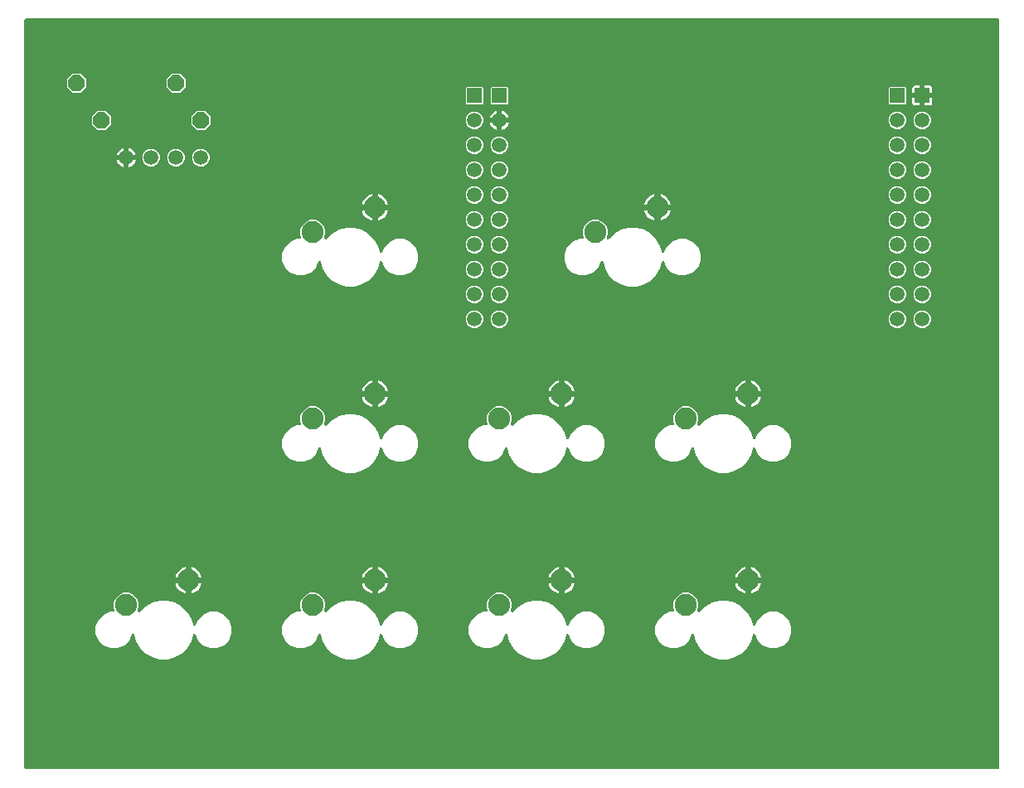
<source format=gbr>
G04 EAGLE Gerber RS-274X export*
G75*
%MOMM*%
%FSLAX34Y34*%
%LPD*%
%INTop Copper*%
%IPPOS*%
%AMOC8*
5,1,8,0,0,1.08239X$1,22.5*%
G01*
%ADD10C,2.247900*%
%ADD11P,1.814519X8X202.500000*%
%ADD12R,1.508000X1.508000*%
%ADD13C,1.508000*%
%ADD14C,0.706400*%

G36*
X1004342Y10164D02*
X1004342Y10164D01*
X1004368Y10162D01*
X1004515Y10184D01*
X1004662Y10201D01*
X1004687Y10209D01*
X1004713Y10213D01*
X1004851Y10268D01*
X1004990Y10318D01*
X1005012Y10332D01*
X1005037Y10342D01*
X1005158Y10427D01*
X1005283Y10507D01*
X1005301Y10526D01*
X1005323Y10541D01*
X1005422Y10651D01*
X1005525Y10758D01*
X1005539Y10780D01*
X1005556Y10800D01*
X1005628Y10930D01*
X1005704Y11057D01*
X1005712Y11082D01*
X1005725Y11105D01*
X1005765Y11248D01*
X1005810Y11389D01*
X1005812Y11415D01*
X1005820Y11440D01*
X1005839Y11684D01*
X1005839Y775716D01*
X1005836Y775742D01*
X1005838Y775768D01*
X1005816Y775915D01*
X1005799Y776062D01*
X1005791Y776087D01*
X1005787Y776113D01*
X1005732Y776251D01*
X1005682Y776390D01*
X1005668Y776412D01*
X1005658Y776437D01*
X1005573Y776558D01*
X1005493Y776683D01*
X1005474Y776701D01*
X1005459Y776723D01*
X1005349Y776822D01*
X1005242Y776925D01*
X1005220Y776939D01*
X1005200Y776956D01*
X1005070Y777028D01*
X1004943Y777104D01*
X1004918Y777112D01*
X1004895Y777125D01*
X1004752Y777165D01*
X1004611Y777210D01*
X1004585Y777212D01*
X1004560Y777220D01*
X1004316Y777239D01*
X11684Y777239D01*
X11658Y777236D01*
X11632Y777238D01*
X11485Y777216D01*
X11338Y777199D01*
X11313Y777191D01*
X11287Y777187D01*
X11149Y777132D01*
X11010Y777082D01*
X10988Y777068D01*
X10963Y777058D01*
X10842Y776973D01*
X10717Y776893D01*
X10699Y776874D01*
X10677Y776859D01*
X10578Y776749D01*
X10475Y776642D01*
X10461Y776620D01*
X10444Y776600D01*
X10372Y776470D01*
X10296Y776343D01*
X10288Y776318D01*
X10275Y776295D01*
X10235Y776152D01*
X10190Y776011D01*
X10188Y775985D01*
X10180Y775960D01*
X10161Y775716D01*
X10161Y11684D01*
X10164Y11658D01*
X10162Y11632D01*
X10184Y11485D01*
X10201Y11338D01*
X10209Y11313D01*
X10213Y11287D01*
X10268Y11149D01*
X10318Y11010D01*
X10332Y10988D01*
X10342Y10963D01*
X10427Y10842D01*
X10507Y10717D01*
X10526Y10699D01*
X10541Y10677D01*
X10651Y10578D01*
X10758Y10475D01*
X10780Y10461D01*
X10800Y10444D01*
X10930Y10372D01*
X11057Y10296D01*
X11082Y10288D01*
X11105Y10275D01*
X11248Y10235D01*
X11389Y10190D01*
X11415Y10188D01*
X11440Y10180D01*
X11684Y10161D01*
X1004316Y10161D01*
X1004342Y10164D01*
G37*
%LPC*%
G36*
X529437Y312800D02*
X529437Y312800D01*
X521782Y314852D01*
X514918Y318814D01*
X509314Y324418D01*
X505352Y331282D01*
X503624Y337731D01*
X503614Y337754D01*
X503610Y337780D01*
X503550Y337917D01*
X503495Y338055D01*
X503481Y338076D01*
X503471Y338099D01*
X503381Y338219D01*
X503297Y338341D01*
X503278Y338358D01*
X503263Y338379D01*
X503149Y338475D01*
X503039Y338575D01*
X503016Y338588D01*
X502997Y338604D01*
X502864Y338672D01*
X502734Y338744D01*
X502709Y338751D01*
X502687Y338763D01*
X502543Y338799D01*
X502399Y338840D01*
X502373Y338841D01*
X502348Y338847D01*
X502199Y338849D01*
X502051Y338856D01*
X502026Y338852D01*
X502000Y338852D01*
X501854Y338820D01*
X501708Y338793D01*
X501684Y338783D01*
X501659Y338778D01*
X501525Y338714D01*
X501388Y338654D01*
X501368Y338639D01*
X501345Y338628D01*
X501229Y338535D01*
X501109Y338446D01*
X501092Y338427D01*
X501072Y338411D01*
X500980Y338294D01*
X500884Y338180D01*
X500872Y338157D01*
X500856Y338137D01*
X500745Y337919D01*
X498427Y332324D01*
X493176Y327073D01*
X486314Y324230D01*
X478886Y324230D01*
X472024Y327073D01*
X466773Y332324D01*
X463930Y339186D01*
X463930Y346614D01*
X466773Y353476D01*
X472024Y358727D01*
X478886Y361570D01*
X481992Y361570D01*
X482141Y361587D01*
X482291Y361599D01*
X482314Y361607D01*
X482338Y361610D01*
X482480Y361660D01*
X482623Y361706D01*
X482644Y361719D01*
X482666Y361727D01*
X482793Y361809D01*
X482922Y361886D01*
X482939Y361903D01*
X482959Y361916D01*
X483064Y362024D01*
X483172Y362129D01*
X483185Y362149D01*
X483201Y362167D01*
X483279Y362296D01*
X483360Y362422D01*
X483368Y362445D01*
X483380Y362466D01*
X483426Y362609D01*
X483476Y362751D01*
X483479Y362775D01*
X483487Y362798D01*
X483499Y362947D01*
X483515Y363097D01*
X483513Y363121D01*
X483515Y363145D01*
X483492Y363294D01*
X483475Y363443D01*
X483466Y363471D01*
X483463Y363490D01*
X483445Y363534D01*
X483399Y363676D01*
X482536Y365761D01*
X482536Y370839D01*
X484479Y375530D01*
X488070Y379121D01*
X492761Y381064D01*
X497839Y381064D01*
X502530Y379121D01*
X506121Y375530D01*
X508064Y370839D01*
X508064Y365761D01*
X507014Y363226D01*
X507000Y363178D01*
X506979Y363132D01*
X506953Y363011D01*
X506919Y362891D01*
X506916Y362841D01*
X506906Y362792D01*
X506908Y362667D01*
X506902Y362543D01*
X506911Y362493D01*
X506912Y362443D01*
X506942Y362323D01*
X506964Y362200D01*
X506984Y362154D01*
X506997Y362105D01*
X507054Y361994D01*
X507103Y361880D01*
X507133Y361840D01*
X507156Y361795D01*
X507237Y361700D01*
X507311Y361601D01*
X507349Y361568D01*
X507382Y361530D01*
X507482Y361456D01*
X507577Y361376D01*
X507622Y361353D01*
X507662Y361323D01*
X507777Y361273D01*
X507887Y361217D01*
X507936Y361205D01*
X507982Y361185D01*
X508105Y361163D01*
X508225Y361133D01*
X508276Y361132D01*
X508325Y361123D01*
X508449Y361129D01*
X508574Y361128D01*
X508623Y361138D01*
X508673Y361141D01*
X508793Y361175D01*
X508914Y361202D01*
X508960Y361224D01*
X509008Y361237D01*
X509117Y361298D01*
X509229Y361352D01*
X509268Y361383D01*
X509312Y361408D01*
X509499Y361566D01*
X514918Y366986D01*
X521782Y370948D01*
X529437Y373000D01*
X537363Y373000D01*
X545018Y370948D01*
X551882Y366986D01*
X557486Y361382D01*
X561448Y354518D01*
X563176Y348069D01*
X563186Y348046D01*
X563190Y348020D01*
X563250Y347883D01*
X563305Y347745D01*
X563319Y347724D01*
X563329Y347701D01*
X563419Y347581D01*
X563503Y347459D01*
X563522Y347442D01*
X563537Y347421D01*
X563651Y347325D01*
X563761Y347225D01*
X563784Y347212D01*
X563803Y347196D01*
X563936Y347128D01*
X564066Y347056D01*
X564091Y347049D01*
X564113Y347037D01*
X564257Y347001D01*
X564401Y346960D01*
X564427Y346959D01*
X564452Y346953D01*
X564601Y346951D01*
X564749Y346944D01*
X564774Y346948D01*
X564800Y346948D01*
X564946Y346980D01*
X565092Y347007D01*
X565116Y347017D01*
X565141Y347022D01*
X565275Y347086D01*
X565412Y347146D01*
X565432Y347161D01*
X565455Y347172D01*
X565571Y347265D01*
X565691Y347354D01*
X565708Y347373D01*
X565728Y347389D01*
X565820Y347506D01*
X565916Y347620D01*
X565928Y347643D01*
X565944Y347663D01*
X566055Y347881D01*
X568373Y353476D01*
X573624Y358727D01*
X580486Y361570D01*
X587914Y361570D01*
X594776Y358727D01*
X600027Y353476D01*
X602870Y346614D01*
X602870Y339186D01*
X600027Y332324D01*
X594776Y327073D01*
X587914Y324230D01*
X580486Y324230D01*
X573624Y327073D01*
X568373Y332324D01*
X566055Y337919D01*
X566043Y337942D01*
X566035Y337966D01*
X565958Y338094D01*
X565886Y338224D01*
X565869Y338243D01*
X565855Y338265D01*
X565752Y338372D01*
X565652Y338482D01*
X565631Y338497D01*
X565613Y338515D01*
X565487Y338596D01*
X565365Y338680D01*
X565341Y338690D01*
X565320Y338704D01*
X565179Y338754D01*
X565041Y338808D01*
X565015Y338812D01*
X564991Y338820D01*
X564843Y338837D01*
X564696Y338859D01*
X564670Y338857D01*
X564645Y338860D01*
X564498Y338842D01*
X564349Y338830D01*
X564324Y338822D01*
X564299Y338819D01*
X564159Y338769D01*
X564017Y338723D01*
X563995Y338710D01*
X563971Y338701D01*
X563846Y338620D01*
X563718Y338543D01*
X563700Y338525D01*
X563679Y338512D01*
X563575Y338404D01*
X563468Y338300D01*
X563455Y338279D01*
X563437Y338261D01*
X563361Y338133D01*
X563280Y338007D01*
X563272Y337983D01*
X563258Y337961D01*
X563176Y337731D01*
X561448Y331282D01*
X557486Y324418D01*
X551882Y318814D01*
X545018Y314852D01*
X537363Y312800D01*
X529437Y312800D01*
G37*
%LPD*%
%LPC*%
G36*
X338937Y122300D02*
X338937Y122300D01*
X331282Y124352D01*
X324418Y128314D01*
X318814Y133918D01*
X314852Y140782D01*
X313124Y147231D01*
X313114Y147254D01*
X313110Y147280D01*
X313050Y147417D01*
X312995Y147555D01*
X312981Y147576D01*
X312971Y147599D01*
X312881Y147719D01*
X312797Y147841D01*
X312778Y147858D01*
X312763Y147879D01*
X312649Y147975D01*
X312539Y148075D01*
X312516Y148088D01*
X312497Y148104D01*
X312364Y148172D01*
X312234Y148244D01*
X312209Y148251D01*
X312187Y148263D01*
X312043Y148299D01*
X311899Y148340D01*
X311873Y148341D01*
X311848Y148347D01*
X311699Y148349D01*
X311551Y148356D01*
X311526Y148352D01*
X311500Y148352D01*
X311354Y148320D01*
X311208Y148293D01*
X311184Y148283D01*
X311159Y148278D01*
X311025Y148214D01*
X310888Y148154D01*
X310868Y148139D01*
X310845Y148128D01*
X310729Y148035D01*
X310609Y147946D01*
X310592Y147927D01*
X310572Y147911D01*
X310480Y147794D01*
X310384Y147680D01*
X310372Y147657D01*
X310356Y147637D01*
X310245Y147419D01*
X307927Y141824D01*
X302676Y136573D01*
X295814Y133730D01*
X288386Y133730D01*
X281524Y136573D01*
X276273Y141824D01*
X273430Y148686D01*
X273430Y156114D01*
X276273Y162976D01*
X281524Y168227D01*
X288386Y171070D01*
X291492Y171070D01*
X291641Y171087D01*
X291791Y171099D01*
X291814Y171107D01*
X291838Y171110D01*
X291980Y171160D01*
X292123Y171206D01*
X292144Y171219D01*
X292166Y171227D01*
X292293Y171309D01*
X292422Y171386D01*
X292439Y171403D01*
X292459Y171416D01*
X292564Y171524D01*
X292672Y171629D01*
X292685Y171649D01*
X292701Y171667D01*
X292779Y171796D01*
X292860Y171922D01*
X292868Y171945D01*
X292880Y171966D01*
X292926Y172109D01*
X292976Y172251D01*
X292979Y172275D01*
X292987Y172298D01*
X292999Y172447D01*
X293015Y172597D01*
X293013Y172621D01*
X293015Y172645D01*
X292992Y172794D01*
X292975Y172943D01*
X292966Y172971D01*
X292963Y172990D01*
X292945Y173034D01*
X292899Y173176D01*
X292036Y175261D01*
X292036Y180339D01*
X293979Y185030D01*
X297570Y188621D01*
X302261Y190564D01*
X307339Y190564D01*
X312030Y188621D01*
X315621Y185030D01*
X317564Y180339D01*
X317564Y175261D01*
X316514Y172726D01*
X316500Y172678D01*
X316479Y172632D01*
X316453Y172511D01*
X316419Y172391D01*
X316416Y172341D01*
X316406Y172291D01*
X316408Y172167D01*
X316402Y172043D01*
X316411Y171993D01*
X316412Y171943D01*
X316442Y171823D01*
X316464Y171700D01*
X316484Y171654D01*
X316497Y171605D01*
X316554Y171494D01*
X316603Y171380D01*
X316633Y171340D01*
X316656Y171295D01*
X316737Y171200D01*
X316811Y171101D01*
X316849Y171068D01*
X316882Y171030D01*
X316982Y170956D01*
X317077Y170876D01*
X317122Y170853D01*
X317162Y170823D01*
X317277Y170773D01*
X317387Y170717D01*
X317436Y170705D01*
X317482Y170685D01*
X317605Y170663D01*
X317725Y170633D01*
X317776Y170632D01*
X317825Y170623D01*
X317949Y170629D01*
X318074Y170628D01*
X318123Y170638D01*
X318173Y170641D01*
X318293Y170675D01*
X318414Y170702D01*
X318460Y170723D01*
X318508Y170737D01*
X318617Y170798D01*
X318729Y170852D01*
X318768Y170883D01*
X318812Y170908D01*
X318999Y171066D01*
X324418Y176486D01*
X331282Y180448D01*
X338937Y182500D01*
X346863Y182500D01*
X354518Y180448D01*
X361382Y176486D01*
X366986Y170882D01*
X370948Y164018D01*
X372676Y157569D01*
X372686Y157546D01*
X372690Y157520D01*
X372750Y157383D01*
X372805Y157245D01*
X372819Y157224D01*
X372829Y157201D01*
X372919Y157081D01*
X373003Y156959D01*
X373022Y156942D01*
X373037Y156921D01*
X373151Y156825D01*
X373261Y156725D01*
X373284Y156712D01*
X373303Y156696D01*
X373436Y156628D01*
X373566Y156556D01*
X373591Y156549D01*
X373613Y156537D01*
X373757Y156501D01*
X373901Y156460D01*
X373927Y156459D01*
X373952Y156453D01*
X374101Y156451D01*
X374249Y156444D01*
X374274Y156448D01*
X374300Y156448D01*
X374446Y156480D01*
X374592Y156507D01*
X374616Y156517D01*
X374641Y156522D01*
X374775Y156586D01*
X374912Y156646D01*
X374932Y156661D01*
X374955Y156672D01*
X375071Y156765D01*
X375191Y156854D01*
X375208Y156873D01*
X375228Y156889D01*
X375320Y157006D01*
X375416Y157120D01*
X375428Y157143D01*
X375444Y157163D01*
X375555Y157381D01*
X377873Y162976D01*
X383124Y168227D01*
X389986Y171070D01*
X397414Y171070D01*
X404276Y168227D01*
X409527Y162976D01*
X412370Y156114D01*
X412370Y148686D01*
X409527Y141824D01*
X404276Y136573D01*
X397414Y133730D01*
X389986Y133730D01*
X383124Y136573D01*
X377873Y141824D01*
X375555Y147419D01*
X375543Y147442D01*
X375535Y147466D01*
X375458Y147594D01*
X375386Y147724D01*
X375369Y147743D01*
X375355Y147765D01*
X375252Y147872D01*
X375152Y147982D01*
X375131Y147997D01*
X375113Y148015D01*
X374987Y148096D01*
X374865Y148180D01*
X374841Y148190D01*
X374820Y148204D01*
X374679Y148254D01*
X374541Y148308D01*
X374515Y148312D01*
X374491Y148320D01*
X374343Y148337D01*
X374196Y148359D01*
X374170Y148357D01*
X374145Y148360D01*
X373998Y148342D01*
X373849Y148330D01*
X373824Y148322D01*
X373799Y148319D01*
X373659Y148269D01*
X373517Y148223D01*
X373495Y148210D01*
X373471Y148201D01*
X373346Y148120D01*
X373218Y148043D01*
X373200Y148025D01*
X373179Y148012D01*
X373075Y147904D01*
X372968Y147800D01*
X372955Y147779D01*
X372937Y147761D01*
X372861Y147633D01*
X372780Y147507D01*
X372772Y147483D01*
X372758Y147461D01*
X372676Y147231D01*
X370948Y140782D01*
X366986Y133918D01*
X361382Y128314D01*
X354518Y124352D01*
X346863Y122300D01*
X338937Y122300D01*
G37*
%LPD*%
%LPC*%
G36*
X338937Y503300D02*
X338937Y503300D01*
X331282Y505352D01*
X324418Y509314D01*
X318814Y514918D01*
X314852Y521782D01*
X313124Y528231D01*
X313114Y528254D01*
X313110Y528280D01*
X313050Y528417D01*
X312995Y528555D01*
X312981Y528576D01*
X312971Y528599D01*
X312881Y528719D01*
X312797Y528841D01*
X312778Y528858D01*
X312763Y528879D01*
X312649Y528975D01*
X312539Y529075D01*
X312516Y529088D01*
X312497Y529104D01*
X312364Y529172D01*
X312234Y529244D01*
X312209Y529251D01*
X312187Y529263D01*
X312043Y529299D01*
X311899Y529340D01*
X311873Y529341D01*
X311848Y529347D01*
X311699Y529349D01*
X311551Y529356D01*
X311526Y529352D01*
X311500Y529352D01*
X311354Y529320D01*
X311208Y529293D01*
X311184Y529283D01*
X311159Y529278D01*
X311025Y529214D01*
X310888Y529154D01*
X310868Y529139D01*
X310845Y529128D01*
X310729Y529035D01*
X310609Y528946D01*
X310592Y528927D01*
X310572Y528911D01*
X310480Y528794D01*
X310384Y528680D01*
X310372Y528657D01*
X310356Y528637D01*
X310245Y528419D01*
X307927Y522824D01*
X302676Y517573D01*
X295814Y514730D01*
X288386Y514730D01*
X281524Y517573D01*
X276273Y522824D01*
X273430Y529686D01*
X273430Y537114D01*
X276273Y543976D01*
X281524Y549227D01*
X288386Y552070D01*
X291492Y552070D01*
X291641Y552087D01*
X291791Y552099D01*
X291814Y552107D01*
X291838Y552110D01*
X291980Y552160D01*
X292123Y552206D01*
X292144Y552219D01*
X292166Y552227D01*
X292293Y552309D01*
X292422Y552386D01*
X292439Y552403D01*
X292459Y552416D01*
X292564Y552524D01*
X292672Y552629D01*
X292685Y552649D01*
X292701Y552667D01*
X292779Y552796D01*
X292860Y552922D01*
X292868Y552945D01*
X292880Y552966D01*
X292926Y553109D01*
X292976Y553251D01*
X292979Y553275D01*
X292987Y553298D01*
X292999Y553447D01*
X293015Y553597D01*
X293013Y553621D01*
X293015Y553645D01*
X292992Y553794D01*
X292975Y553943D01*
X292966Y553971D01*
X292963Y553990D01*
X292945Y554034D01*
X292899Y554176D01*
X292036Y556261D01*
X292036Y561339D01*
X293979Y566030D01*
X297570Y569621D01*
X302261Y571564D01*
X307339Y571564D01*
X312030Y569621D01*
X315621Y566030D01*
X317564Y561339D01*
X317564Y556261D01*
X316514Y553726D01*
X316500Y553678D01*
X316479Y553632D01*
X316453Y553511D01*
X316419Y553391D01*
X316416Y553341D01*
X316406Y553291D01*
X316408Y553167D01*
X316402Y553043D01*
X316411Y552993D01*
X316412Y552943D01*
X316442Y552823D01*
X316464Y552700D01*
X316484Y552654D01*
X316497Y552605D01*
X316554Y552494D01*
X316603Y552380D01*
X316633Y552340D01*
X316656Y552295D01*
X316737Y552200D01*
X316811Y552101D01*
X316849Y552068D01*
X316882Y552030D01*
X316982Y551956D01*
X317077Y551876D01*
X317122Y551853D01*
X317162Y551823D01*
X317277Y551773D01*
X317387Y551717D01*
X317436Y551705D01*
X317482Y551685D01*
X317605Y551663D01*
X317725Y551633D01*
X317776Y551632D01*
X317825Y551623D01*
X317949Y551629D01*
X318074Y551628D01*
X318123Y551638D01*
X318173Y551641D01*
X318293Y551675D01*
X318414Y551702D01*
X318460Y551723D01*
X318508Y551737D01*
X318617Y551798D01*
X318729Y551852D01*
X318768Y551883D01*
X318812Y551908D01*
X318999Y552066D01*
X324418Y557486D01*
X331282Y561448D01*
X338937Y563500D01*
X346863Y563500D01*
X354518Y561448D01*
X361382Y557486D01*
X366986Y551882D01*
X370948Y545018D01*
X372676Y538569D01*
X372686Y538546D01*
X372690Y538520D01*
X372750Y538383D01*
X372805Y538245D01*
X372819Y538224D01*
X372829Y538201D01*
X372919Y538081D01*
X373003Y537959D01*
X373022Y537942D01*
X373037Y537921D01*
X373151Y537825D01*
X373261Y537725D01*
X373284Y537712D01*
X373303Y537696D01*
X373436Y537628D01*
X373566Y537556D01*
X373591Y537549D01*
X373613Y537537D01*
X373757Y537501D01*
X373901Y537460D01*
X373927Y537459D01*
X373952Y537453D01*
X374101Y537451D01*
X374249Y537444D01*
X374274Y537448D01*
X374300Y537448D01*
X374446Y537480D01*
X374592Y537507D01*
X374616Y537517D01*
X374641Y537522D01*
X374775Y537586D01*
X374912Y537646D01*
X374932Y537661D01*
X374955Y537672D01*
X375071Y537765D01*
X375191Y537854D01*
X375208Y537873D01*
X375228Y537889D01*
X375320Y538006D01*
X375416Y538120D01*
X375428Y538143D01*
X375444Y538163D01*
X375555Y538381D01*
X377873Y543976D01*
X383124Y549227D01*
X389986Y552070D01*
X397414Y552070D01*
X404276Y549227D01*
X409527Y543976D01*
X412370Y537114D01*
X412370Y529686D01*
X409527Y522824D01*
X404276Y517573D01*
X397414Y514730D01*
X389986Y514730D01*
X383124Y517573D01*
X377873Y522824D01*
X375555Y528419D01*
X375543Y528442D01*
X375535Y528466D01*
X375458Y528594D01*
X375386Y528724D01*
X375369Y528743D01*
X375355Y528765D01*
X375252Y528872D01*
X375152Y528982D01*
X375131Y528997D01*
X375113Y529015D01*
X374987Y529096D01*
X374865Y529180D01*
X374841Y529190D01*
X374820Y529204D01*
X374679Y529254D01*
X374541Y529308D01*
X374515Y529312D01*
X374491Y529320D01*
X374343Y529337D01*
X374196Y529359D01*
X374170Y529357D01*
X374145Y529360D01*
X373998Y529342D01*
X373849Y529330D01*
X373824Y529322D01*
X373799Y529319D01*
X373659Y529269D01*
X373517Y529223D01*
X373495Y529210D01*
X373471Y529201D01*
X373346Y529120D01*
X373218Y529043D01*
X373200Y529025D01*
X373179Y529012D01*
X373075Y528904D01*
X372968Y528800D01*
X372955Y528779D01*
X372937Y528761D01*
X372861Y528633D01*
X372780Y528507D01*
X372772Y528483D01*
X372758Y528461D01*
X372676Y528231D01*
X370948Y521782D01*
X366986Y514918D01*
X361382Y509314D01*
X354518Y505352D01*
X346863Y503300D01*
X338937Y503300D01*
G37*
%LPD*%
%LPC*%
G36*
X338937Y312800D02*
X338937Y312800D01*
X331282Y314852D01*
X324418Y318814D01*
X318814Y324418D01*
X314852Y331282D01*
X313124Y337731D01*
X313114Y337754D01*
X313110Y337780D01*
X313050Y337917D01*
X312995Y338055D01*
X312981Y338076D01*
X312971Y338099D01*
X312881Y338219D01*
X312797Y338341D01*
X312778Y338358D01*
X312763Y338379D01*
X312649Y338475D01*
X312539Y338575D01*
X312516Y338588D01*
X312497Y338604D01*
X312364Y338672D01*
X312234Y338744D01*
X312209Y338751D01*
X312187Y338763D01*
X312043Y338799D01*
X311899Y338840D01*
X311873Y338841D01*
X311848Y338847D01*
X311699Y338849D01*
X311551Y338856D01*
X311526Y338852D01*
X311500Y338852D01*
X311354Y338820D01*
X311208Y338793D01*
X311184Y338783D01*
X311159Y338778D01*
X311025Y338714D01*
X310888Y338654D01*
X310868Y338639D01*
X310845Y338628D01*
X310729Y338535D01*
X310609Y338446D01*
X310592Y338427D01*
X310572Y338411D01*
X310480Y338294D01*
X310384Y338180D01*
X310372Y338157D01*
X310356Y338137D01*
X310245Y337919D01*
X307927Y332324D01*
X302676Y327073D01*
X295814Y324230D01*
X288386Y324230D01*
X281524Y327073D01*
X276273Y332324D01*
X273430Y339186D01*
X273430Y346614D01*
X276273Y353476D01*
X281524Y358727D01*
X288386Y361570D01*
X291492Y361570D01*
X291641Y361587D01*
X291791Y361599D01*
X291814Y361607D01*
X291838Y361610D01*
X291980Y361660D01*
X292123Y361706D01*
X292144Y361719D01*
X292166Y361727D01*
X292293Y361809D01*
X292422Y361886D01*
X292439Y361903D01*
X292459Y361916D01*
X292564Y362024D01*
X292672Y362129D01*
X292685Y362149D01*
X292701Y362167D01*
X292779Y362296D01*
X292860Y362422D01*
X292868Y362445D01*
X292880Y362466D01*
X292926Y362609D01*
X292976Y362751D01*
X292979Y362775D01*
X292987Y362798D01*
X292999Y362947D01*
X293015Y363097D01*
X293013Y363121D01*
X293015Y363145D01*
X292992Y363294D01*
X292975Y363443D01*
X292966Y363471D01*
X292963Y363490D01*
X292945Y363534D01*
X292899Y363676D01*
X292036Y365761D01*
X292036Y370839D01*
X293979Y375530D01*
X297570Y379121D01*
X302261Y381064D01*
X307339Y381064D01*
X312030Y379121D01*
X315621Y375530D01*
X317564Y370839D01*
X317564Y365761D01*
X316514Y363226D01*
X316500Y363178D01*
X316479Y363132D01*
X316453Y363011D01*
X316419Y362891D01*
X316416Y362841D01*
X316406Y362791D01*
X316408Y362667D01*
X316402Y362543D01*
X316411Y362493D01*
X316412Y362443D01*
X316442Y362323D01*
X316464Y362200D01*
X316484Y362154D01*
X316497Y362105D01*
X316554Y361994D01*
X316603Y361880D01*
X316633Y361840D01*
X316656Y361795D01*
X316737Y361700D01*
X316811Y361601D01*
X316849Y361568D01*
X316882Y361530D01*
X316982Y361456D01*
X317077Y361376D01*
X317122Y361353D01*
X317162Y361323D01*
X317277Y361273D01*
X317387Y361217D01*
X317436Y361205D01*
X317482Y361185D01*
X317605Y361163D01*
X317725Y361133D01*
X317776Y361132D01*
X317825Y361123D01*
X317949Y361129D01*
X318074Y361128D01*
X318123Y361138D01*
X318173Y361141D01*
X318293Y361175D01*
X318414Y361202D01*
X318460Y361223D01*
X318508Y361237D01*
X318617Y361298D01*
X318729Y361352D01*
X318768Y361383D01*
X318812Y361408D01*
X318999Y361566D01*
X324418Y366986D01*
X331282Y370948D01*
X338937Y373000D01*
X346863Y373000D01*
X354518Y370948D01*
X361382Y366986D01*
X366986Y361382D01*
X370948Y354518D01*
X372676Y348069D01*
X372686Y348046D01*
X372690Y348020D01*
X372750Y347883D01*
X372805Y347745D01*
X372819Y347724D01*
X372829Y347701D01*
X372919Y347581D01*
X373003Y347459D01*
X373022Y347442D01*
X373037Y347421D01*
X373151Y347325D01*
X373261Y347225D01*
X373284Y347212D01*
X373303Y347196D01*
X373436Y347128D01*
X373566Y347056D01*
X373591Y347049D01*
X373613Y347037D01*
X373757Y347001D01*
X373901Y346960D01*
X373927Y346959D01*
X373952Y346953D01*
X374101Y346951D01*
X374249Y346944D01*
X374274Y346948D01*
X374300Y346948D01*
X374446Y346980D01*
X374592Y347007D01*
X374616Y347017D01*
X374641Y347022D01*
X374775Y347086D01*
X374912Y347146D01*
X374932Y347161D01*
X374955Y347172D01*
X375071Y347265D01*
X375191Y347354D01*
X375208Y347373D01*
X375228Y347389D01*
X375320Y347506D01*
X375416Y347620D01*
X375428Y347643D01*
X375444Y347663D01*
X375555Y347881D01*
X377873Y353476D01*
X383124Y358727D01*
X389986Y361570D01*
X397414Y361570D01*
X404276Y358727D01*
X409527Y353476D01*
X412370Y346614D01*
X412370Y339186D01*
X409527Y332324D01*
X404276Y327073D01*
X397414Y324230D01*
X389986Y324230D01*
X383124Y327073D01*
X377873Y332324D01*
X375555Y337919D01*
X375543Y337942D01*
X375535Y337966D01*
X375458Y338094D01*
X375386Y338224D01*
X375369Y338243D01*
X375355Y338265D01*
X375252Y338372D01*
X375152Y338482D01*
X375131Y338497D01*
X375113Y338515D01*
X374987Y338596D01*
X374865Y338680D01*
X374841Y338690D01*
X374820Y338704D01*
X374679Y338754D01*
X374541Y338808D01*
X374515Y338812D01*
X374491Y338820D01*
X374343Y338837D01*
X374196Y338859D01*
X374170Y338857D01*
X374145Y338860D01*
X373998Y338842D01*
X373849Y338830D01*
X373824Y338822D01*
X373799Y338819D01*
X373659Y338769D01*
X373517Y338723D01*
X373495Y338710D01*
X373471Y338701D01*
X373346Y338620D01*
X373218Y338543D01*
X373200Y338525D01*
X373179Y338512D01*
X373075Y338404D01*
X372968Y338300D01*
X372955Y338279D01*
X372937Y338261D01*
X372861Y338133D01*
X372780Y338007D01*
X372772Y337983D01*
X372758Y337961D01*
X372676Y337731D01*
X370948Y331282D01*
X366986Y324418D01*
X361382Y318814D01*
X354518Y314852D01*
X346863Y312800D01*
X338937Y312800D01*
G37*
%LPD*%
%LPC*%
G36*
X148437Y122300D02*
X148437Y122300D01*
X140782Y124352D01*
X133918Y128314D01*
X128314Y133918D01*
X124352Y140782D01*
X122624Y147231D01*
X122614Y147254D01*
X122610Y147280D01*
X122550Y147417D01*
X122495Y147555D01*
X122481Y147576D01*
X122471Y147599D01*
X122381Y147719D01*
X122297Y147841D01*
X122278Y147858D01*
X122263Y147879D01*
X122149Y147975D01*
X122039Y148075D01*
X122016Y148088D01*
X121997Y148104D01*
X121864Y148172D01*
X121734Y148244D01*
X121709Y148251D01*
X121687Y148263D01*
X121543Y148299D01*
X121399Y148340D01*
X121373Y148341D01*
X121348Y148347D01*
X121199Y148349D01*
X121051Y148356D01*
X121026Y148352D01*
X121000Y148352D01*
X120854Y148320D01*
X120708Y148293D01*
X120684Y148283D01*
X120659Y148278D01*
X120525Y148214D01*
X120388Y148154D01*
X120368Y148139D01*
X120345Y148128D01*
X120229Y148035D01*
X120109Y147946D01*
X120092Y147927D01*
X120072Y147911D01*
X119980Y147794D01*
X119884Y147680D01*
X119872Y147657D01*
X119856Y147637D01*
X119745Y147419D01*
X117427Y141824D01*
X112176Y136573D01*
X105314Y133730D01*
X97886Y133730D01*
X91024Y136573D01*
X85773Y141824D01*
X82930Y148686D01*
X82930Y156114D01*
X85773Y162976D01*
X91024Y168227D01*
X97886Y171070D01*
X100992Y171070D01*
X101141Y171087D01*
X101291Y171099D01*
X101314Y171107D01*
X101338Y171110D01*
X101480Y171160D01*
X101623Y171206D01*
X101644Y171219D01*
X101666Y171227D01*
X101793Y171309D01*
X101922Y171386D01*
X101939Y171403D01*
X101959Y171416D01*
X102064Y171524D01*
X102172Y171629D01*
X102185Y171649D01*
X102201Y171667D01*
X102279Y171796D01*
X102360Y171922D01*
X102368Y171945D01*
X102380Y171966D01*
X102426Y172109D01*
X102476Y172251D01*
X102479Y172275D01*
X102487Y172298D01*
X102499Y172447D01*
X102515Y172597D01*
X102513Y172621D01*
X102515Y172645D01*
X102492Y172794D01*
X102475Y172943D01*
X102466Y172971D01*
X102463Y172990D01*
X102445Y173034D01*
X102399Y173176D01*
X101536Y175261D01*
X101536Y180339D01*
X103479Y185030D01*
X107070Y188621D01*
X111761Y190564D01*
X116839Y190564D01*
X121530Y188621D01*
X125121Y185030D01*
X127064Y180339D01*
X127064Y175261D01*
X126014Y172726D01*
X126000Y172678D01*
X125979Y172632D01*
X125953Y172511D01*
X125919Y172391D01*
X125916Y172341D01*
X125906Y172291D01*
X125908Y172167D01*
X125902Y172043D01*
X125911Y171993D01*
X125912Y171943D01*
X125942Y171823D01*
X125964Y171700D01*
X125984Y171654D01*
X125997Y171605D01*
X126054Y171494D01*
X126103Y171380D01*
X126133Y171340D01*
X126156Y171295D01*
X126237Y171200D01*
X126311Y171101D01*
X126349Y171068D01*
X126382Y171030D01*
X126482Y170956D01*
X126577Y170876D01*
X126622Y170853D01*
X126662Y170823D01*
X126777Y170773D01*
X126887Y170717D01*
X126936Y170705D01*
X126982Y170685D01*
X127105Y170663D01*
X127225Y170633D01*
X127276Y170632D01*
X127325Y170623D01*
X127449Y170629D01*
X127574Y170628D01*
X127623Y170638D01*
X127673Y170641D01*
X127793Y170675D01*
X127914Y170702D01*
X127960Y170723D01*
X128008Y170737D01*
X128117Y170798D01*
X128229Y170852D01*
X128268Y170883D01*
X128312Y170908D01*
X128499Y171066D01*
X133918Y176486D01*
X140782Y180448D01*
X148437Y182500D01*
X156363Y182500D01*
X164018Y180448D01*
X170882Y176486D01*
X176486Y170882D01*
X180448Y164018D01*
X182176Y157569D01*
X182186Y157546D01*
X182190Y157520D01*
X182250Y157383D01*
X182305Y157245D01*
X182319Y157224D01*
X182329Y157201D01*
X182419Y157081D01*
X182503Y156959D01*
X182522Y156942D01*
X182537Y156921D01*
X182651Y156825D01*
X182761Y156725D01*
X182784Y156712D01*
X182803Y156696D01*
X182936Y156628D01*
X183066Y156556D01*
X183091Y156549D01*
X183113Y156537D01*
X183257Y156501D01*
X183401Y156460D01*
X183427Y156459D01*
X183452Y156453D01*
X183601Y156451D01*
X183749Y156444D01*
X183774Y156448D01*
X183800Y156448D01*
X183946Y156480D01*
X184092Y156507D01*
X184116Y156517D01*
X184141Y156522D01*
X184275Y156586D01*
X184412Y156646D01*
X184432Y156661D01*
X184455Y156672D01*
X184571Y156765D01*
X184691Y156854D01*
X184708Y156873D01*
X184728Y156889D01*
X184820Y157006D01*
X184916Y157120D01*
X184928Y157143D01*
X184944Y157163D01*
X185055Y157381D01*
X187373Y162976D01*
X192624Y168227D01*
X199486Y171070D01*
X206914Y171070D01*
X213776Y168227D01*
X219027Y162976D01*
X221870Y156114D01*
X221870Y148686D01*
X219027Y141824D01*
X213776Y136573D01*
X206914Y133730D01*
X199486Y133730D01*
X192624Y136573D01*
X187373Y141824D01*
X185055Y147419D01*
X185043Y147442D01*
X185035Y147466D01*
X184958Y147594D01*
X184886Y147724D01*
X184869Y147743D01*
X184855Y147765D01*
X184752Y147872D01*
X184652Y147982D01*
X184631Y147997D01*
X184613Y148015D01*
X184487Y148096D01*
X184365Y148180D01*
X184341Y148190D01*
X184320Y148204D01*
X184179Y148254D01*
X184041Y148308D01*
X184015Y148312D01*
X183991Y148320D01*
X183843Y148337D01*
X183696Y148359D01*
X183670Y148357D01*
X183645Y148360D01*
X183498Y148342D01*
X183349Y148330D01*
X183324Y148322D01*
X183299Y148319D01*
X183159Y148269D01*
X183017Y148223D01*
X182995Y148210D01*
X182971Y148201D01*
X182846Y148120D01*
X182718Y148043D01*
X182700Y148025D01*
X182679Y148012D01*
X182575Y147904D01*
X182468Y147800D01*
X182455Y147779D01*
X182437Y147761D01*
X182361Y147633D01*
X182280Y147507D01*
X182272Y147483D01*
X182258Y147461D01*
X182176Y147231D01*
X180448Y140782D01*
X176486Y133918D01*
X170882Y128314D01*
X164018Y124352D01*
X156363Y122300D01*
X148437Y122300D01*
G37*
%LPD*%
%LPC*%
G36*
X719937Y122300D02*
X719937Y122300D01*
X712282Y124352D01*
X705418Y128314D01*
X699814Y133918D01*
X695852Y140782D01*
X694124Y147231D01*
X694114Y147254D01*
X694110Y147280D01*
X694050Y147417D01*
X693995Y147555D01*
X693981Y147576D01*
X693971Y147599D01*
X693881Y147719D01*
X693797Y147841D01*
X693778Y147858D01*
X693763Y147879D01*
X693649Y147975D01*
X693539Y148075D01*
X693516Y148088D01*
X693497Y148104D01*
X693364Y148172D01*
X693234Y148244D01*
X693209Y148251D01*
X693187Y148263D01*
X693043Y148299D01*
X692899Y148340D01*
X692873Y148341D01*
X692848Y148347D01*
X692699Y148349D01*
X692551Y148356D01*
X692526Y148352D01*
X692500Y148352D01*
X692354Y148320D01*
X692208Y148293D01*
X692184Y148283D01*
X692159Y148278D01*
X692025Y148214D01*
X691888Y148154D01*
X691868Y148139D01*
X691845Y148128D01*
X691729Y148035D01*
X691609Y147946D01*
X691592Y147927D01*
X691572Y147911D01*
X691480Y147794D01*
X691384Y147680D01*
X691372Y147657D01*
X691356Y147637D01*
X691245Y147419D01*
X688927Y141824D01*
X683676Y136573D01*
X676814Y133730D01*
X669386Y133730D01*
X662524Y136573D01*
X657273Y141824D01*
X654430Y148686D01*
X654430Y156114D01*
X657273Y162976D01*
X662524Y168227D01*
X669386Y171070D01*
X672492Y171070D01*
X672641Y171087D01*
X672791Y171099D01*
X672814Y171107D01*
X672838Y171110D01*
X672980Y171160D01*
X673123Y171206D01*
X673144Y171219D01*
X673166Y171227D01*
X673293Y171309D01*
X673422Y171386D01*
X673439Y171403D01*
X673459Y171416D01*
X673564Y171524D01*
X673672Y171629D01*
X673685Y171649D01*
X673701Y171667D01*
X673779Y171796D01*
X673860Y171922D01*
X673868Y171945D01*
X673880Y171966D01*
X673926Y172109D01*
X673976Y172251D01*
X673979Y172275D01*
X673987Y172298D01*
X673999Y172447D01*
X674015Y172597D01*
X674013Y172621D01*
X674015Y172645D01*
X673992Y172794D01*
X673975Y172943D01*
X673966Y172971D01*
X673963Y172990D01*
X673945Y173034D01*
X673899Y173176D01*
X673036Y175261D01*
X673036Y180339D01*
X674979Y185030D01*
X678570Y188621D01*
X683261Y190564D01*
X688339Y190564D01*
X693030Y188621D01*
X696621Y185030D01*
X698564Y180339D01*
X698564Y175261D01*
X697514Y172726D01*
X697500Y172678D01*
X697479Y172632D01*
X697453Y172511D01*
X697419Y172391D01*
X697416Y172341D01*
X697406Y172291D01*
X697408Y172167D01*
X697402Y172043D01*
X697411Y171993D01*
X697412Y171943D01*
X697442Y171823D01*
X697464Y171700D01*
X697484Y171654D01*
X697497Y171605D01*
X697554Y171494D01*
X697603Y171380D01*
X697633Y171340D01*
X697656Y171295D01*
X697737Y171200D01*
X697811Y171101D01*
X697849Y171068D01*
X697882Y171030D01*
X697982Y170956D01*
X698077Y170876D01*
X698122Y170853D01*
X698162Y170823D01*
X698277Y170773D01*
X698387Y170717D01*
X698436Y170705D01*
X698482Y170685D01*
X698605Y170663D01*
X698725Y170633D01*
X698776Y170632D01*
X698825Y170623D01*
X698949Y170629D01*
X699074Y170628D01*
X699123Y170638D01*
X699173Y170641D01*
X699293Y170675D01*
X699414Y170702D01*
X699460Y170723D01*
X699508Y170737D01*
X699617Y170798D01*
X699729Y170852D01*
X699768Y170883D01*
X699812Y170908D01*
X699999Y171066D01*
X705418Y176486D01*
X712282Y180448D01*
X719937Y182500D01*
X727863Y182500D01*
X735518Y180448D01*
X742382Y176486D01*
X747986Y170882D01*
X751948Y164018D01*
X753676Y157569D01*
X753686Y157546D01*
X753690Y157520D01*
X753750Y157383D01*
X753805Y157245D01*
X753819Y157224D01*
X753829Y157201D01*
X753919Y157081D01*
X754003Y156959D01*
X754022Y156942D01*
X754037Y156921D01*
X754151Y156825D01*
X754261Y156725D01*
X754284Y156712D01*
X754303Y156696D01*
X754436Y156628D01*
X754566Y156556D01*
X754591Y156549D01*
X754613Y156537D01*
X754757Y156501D01*
X754901Y156460D01*
X754927Y156459D01*
X754952Y156453D01*
X755101Y156451D01*
X755249Y156444D01*
X755274Y156448D01*
X755300Y156448D01*
X755446Y156480D01*
X755592Y156507D01*
X755616Y156517D01*
X755641Y156522D01*
X755775Y156586D01*
X755912Y156646D01*
X755932Y156661D01*
X755955Y156672D01*
X756071Y156765D01*
X756191Y156854D01*
X756208Y156873D01*
X756228Y156889D01*
X756320Y157006D01*
X756416Y157120D01*
X756428Y157143D01*
X756444Y157163D01*
X756555Y157381D01*
X758873Y162976D01*
X764124Y168227D01*
X770986Y171070D01*
X778414Y171070D01*
X785276Y168227D01*
X790527Y162976D01*
X793370Y156114D01*
X793370Y148686D01*
X790527Y141824D01*
X785276Y136573D01*
X778414Y133730D01*
X770986Y133730D01*
X764124Y136573D01*
X758873Y141824D01*
X756555Y147419D01*
X756543Y147442D01*
X756535Y147466D01*
X756458Y147594D01*
X756386Y147724D01*
X756369Y147743D01*
X756355Y147765D01*
X756252Y147872D01*
X756152Y147982D01*
X756131Y147997D01*
X756113Y148015D01*
X755987Y148096D01*
X755865Y148180D01*
X755841Y148190D01*
X755820Y148204D01*
X755679Y148254D01*
X755541Y148308D01*
X755515Y148312D01*
X755491Y148320D01*
X755343Y148337D01*
X755196Y148359D01*
X755170Y148357D01*
X755145Y148360D01*
X754998Y148342D01*
X754849Y148330D01*
X754824Y148322D01*
X754799Y148319D01*
X754659Y148269D01*
X754517Y148223D01*
X754495Y148210D01*
X754471Y148201D01*
X754346Y148120D01*
X754218Y148043D01*
X754200Y148025D01*
X754179Y148012D01*
X754075Y147904D01*
X753968Y147800D01*
X753955Y147779D01*
X753937Y147761D01*
X753861Y147633D01*
X753780Y147507D01*
X753772Y147483D01*
X753758Y147461D01*
X753676Y147231D01*
X751948Y140782D01*
X747986Y133918D01*
X742382Y128314D01*
X735518Y124352D01*
X727863Y122300D01*
X719937Y122300D01*
G37*
%LPD*%
%LPC*%
G36*
X529437Y122300D02*
X529437Y122300D01*
X521782Y124352D01*
X514918Y128314D01*
X509314Y133918D01*
X505352Y140782D01*
X503624Y147231D01*
X503614Y147254D01*
X503610Y147280D01*
X503550Y147417D01*
X503495Y147555D01*
X503481Y147576D01*
X503471Y147599D01*
X503381Y147719D01*
X503297Y147841D01*
X503278Y147858D01*
X503263Y147879D01*
X503149Y147975D01*
X503039Y148075D01*
X503016Y148088D01*
X502997Y148104D01*
X502864Y148172D01*
X502734Y148244D01*
X502709Y148251D01*
X502687Y148263D01*
X502543Y148299D01*
X502399Y148340D01*
X502373Y148341D01*
X502348Y148347D01*
X502199Y148349D01*
X502051Y148356D01*
X502026Y148352D01*
X502000Y148352D01*
X501854Y148320D01*
X501708Y148293D01*
X501684Y148283D01*
X501659Y148278D01*
X501525Y148214D01*
X501388Y148154D01*
X501368Y148139D01*
X501345Y148128D01*
X501229Y148035D01*
X501109Y147946D01*
X501092Y147927D01*
X501072Y147911D01*
X500980Y147794D01*
X500884Y147680D01*
X500872Y147657D01*
X500856Y147637D01*
X500745Y147419D01*
X498427Y141824D01*
X493176Y136573D01*
X486314Y133730D01*
X478886Y133730D01*
X472024Y136573D01*
X466773Y141824D01*
X463930Y148686D01*
X463930Y156114D01*
X466773Y162976D01*
X472024Y168227D01*
X478886Y171070D01*
X481992Y171070D01*
X482141Y171087D01*
X482291Y171099D01*
X482314Y171107D01*
X482338Y171110D01*
X482480Y171160D01*
X482623Y171206D01*
X482644Y171219D01*
X482666Y171227D01*
X482793Y171309D01*
X482922Y171386D01*
X482939Y171403D01*
X482959Y171416D01*
X483064Y171524D01*
X483172Y171629D01*
X483185Y171649D01*
X483201Y171667D01*
X483279Y171796D01*
X483360Y171922D01*
X483368Y171945D01*
X483380Y171966D01*
X483426Y172109D01*
X483476Y172251D01*
X483479Y172275D01*
X483487Y172298D01*
X483499Y172447D01*
X483515Y172597D01*
X483513Y172621D01*
X483515Y172645D01*
X483492Y172794D01*
X483475Y172943D01*
X483466Y172971D01*
X483463Y172990D01*
X483445Y173034D01*
X483399Y173176D01*
X482536Y175261D01*
X482536Y180339D01*
X484479Y185030D01*
X488070Y188621D01*
X492761Y190564D01*
X497839Y190564D01*
X502530Y188621D01*
X506121Y185030D01*
X508064Y180339D01*
X508064Y175261D01*
X507014Y172726D01*
X507000Y172678D01*
X506979Y172632D01*
X506953Y172511D01*
X506919Y172391D01*
X506916Y172341D01*
X506906Y172291D01*
X506908Y172167D01*
X506902Y172043D01*
X506911Y171993D01*
X506912Y171943D01*
X506942Y171823D01*
X506964Y171700D01*
X506984Y171654D01*
X506997Y171605D01*
X507054Y171494D01*
X507103Y171380D01*
X507133Y171340D01*
X507156Y171295D01*
X507237Y171200D01*
X507311Y171101D01*
X507349Y171068D01*
X507382Y171030D01*
X507482Y170956D01*
X507577Y170876D01*
X507622Y170853D01*
X507662Y170823D01*
X507777Y170773D01*
X507887Y170717D01*
X507936Y170705D01*
X507982Y170685D01*
X508105Y170663D01*
X508225Y170633D01*
X508276Y170632D01*
X508325Y170623D01*
X508449Y170629D01*
X508574Y170628D01*
X508623Y170638D01*
X508673Y170641D01*
X508793Y170675D01*
X508914Y170702D01*
X508960Y170723D01*
X509008Y170737D01*
X509117Y170798D01*
X509229Y170852D01*
X509268Y170883D01*
X509312Y170908D01*
X509499Y171066D01*
X514918Y176486D01*
X521782Y180448D01*
X529437Y182500D01*
X537363Y182500D01*
X545018Y180448D01*
X551882Y176486D01*
X557486Y170882D01*
X561448Y164018D01*
X563176Y157569D01*
X563186Y157546D01*
X563190Y157520D01*
X563250Y157383D01*
X563305Y157245D01*
X563319Y157224D01*
X563329Y157201D01*
X563419Y157081D01*
X563503Y156959D01*
X563522Y156942D01*
X563537Y156921D01*
X563651Y156825D01*
X563761Y156725D01*
X563784Y156712D01*
X563803Y156696D01*
X563936Y156628D01*
X564066Y156556D01*
X564091Y156549D01*
X564113Y156537D01*
X564257Y156501D01*
X564401Y156460D01*
X564427Y156459D01*
X564452Y156453D01*
X564601Y156451D01*
X564749Y156444D01*
X564774Y156448D01*
X564800Y156448D01*
X564946Y156480D01*
X565092Y156507D01*
X565116Y156517D01*
X565141Y156522D01*
X565275Y156586D01*
X565412Y156646D01*
X565432Y156661D01*
X565455Y156672D01*
X565571Y156765D01*
X565691Y156854D01*
X565708Y156873D01*
X565728Y156889D01*
X565820Y157006D01*
X565916Y157120D01*
X565928Y157143D01*
X565944Y157163D01*
X566055Y157381D01*
X568373Y162976D01*
X573624Y168227D01*
X580486Y171070D01*
X587914Y171070D01*
X594776Y168227D01*
X600027Y162976D01*
X602870Y156114D01*
X602870Y148686D01*
X600027Y141824D01*
X594776Y136573D01*
X587914Y133730D01*
X580486Y133730D01*
X573624Y136573D01*
X568373Y141824D01*
X566055Y147419D01*
X566043Y147442D01*
X566035Y147466D01*
X565958Y147594D01*
X565886Y147724D01*
X565869Y147743D01*
X565855Y147765D01*
X565752Y147872D01*
X565652Y147982D01*
X565631Y147997D01*
X565613Y148015D01*
X565487Y148096D01*
X565365Y148180D01*
X565341Y148190D01*
X565320Y148204D01*
X565179Y148254D01*
X565041Y148308D01*
X565015Y148312D01*
X564991Y148320D01*
X564843Y148337D01*
X564696Y148359D01*
X564670Y148357D01*
X564645Y148360D01*
X564498Y148342D01*
X564349Y148330D01*
X564324Y148322D01*
X564299Y148319D01*
X564159Y148269D01*
X564017Y148223D01*
X563995Y148210D01*
X563971Y148201D01*
X563846Y148120D01*
X563718Y148043D01*
X563700Y148025D01*
X563679Y148012D01*
X563575Y147904D01*
X563468Y147800D01*
X563455Y147779D01*
X563437Y147761D01*
X563361Y147633D01*
X563280Y147507D01*
X563272Y147483D01*
X563258Y147461D01*
X563176Y147231D01*
X561448Y140782D01*
X557486Y133918D01*
X551882Y128314D01*
X545018Y124352D01*
X537363Y122300D01*
X529437Y122300D01*
G37*
%LPD*%
%LPC*%
G36*
X719937Y312800D02*
X719937Y312800D01*
X712282Y314852D01*
X705418Y318814D01*
X699814Y324418D01*
X695852Y331282D01*
X694124Y337731D01*
X694114Y337754D01*
X694110Y337780D01*
X694050Y337917D01*
X693995Y338055D01*
X693981Y338076D01*
X693971Y338099D01*
X693881Y338219D01*
X693797Y338341D01*
X693778Y338358D01*
X693763Y338379D01*
X693649Y338475D01*
X693539Y338575D01*
X693516Y338588D01*
X693497Y338604D01*
X693364Y338672D01*
X693234Y338744D01*
X693209Y338751D01*
X693187Y338763D01*
X693043Y338799D01*
X692899Y338840D01*
X692873Y338841D01*
X692848Y338847D01*
X692699Y338849D01*
X692551Y338856D01*
X692526Y338852D01*
X692500Y338852D01*
X692354Y338820D01*
X692208Y338793D01*
X692184Y338783D01*
X692159Y338778D01*
X692025Y338714D01*
X691888Y338654D01*
X691868Y338639D01*
X691845Y338628D01*
X691729Y338535D01*
X691609Y338446D01*
X691592Y338427D01*
X691572Y338411D01*
X691480Y338294D01*
X691384Y338180D01*
X691372Y338157D01*
X691356Y338137D01*
X691245Y337919D01*
X688927Y332324D01*
X683676Y327073D01*
X676814Y324230D01*
X669386Y324230D01*
X662524Y327073D01*
X657273Y332324D01*
X654430Y339186D01*
X654430Y346614D01*
X657273Y353476D01*
X662524Y358727D01*
X669386Y361570D01*
X672492Y361570D01*
X672641Y361587D01*
X672791Y361599D01*
X672814Y361607D01*
X672838Y361610D01*
X672980Y361660D01*
X673123Y361706D01*
X673144Y361719D01*
X673166Y361727D01*
X673293Y361809D01*
X673422Y361886D01*
X673439Y361903D01*
X673459Y361916D01*
X673564Y362024D01*
X673672Y362129D01*
X673685Y362149D01*
X673701Y362167D01*
X673779Y362296D01*
X673860Y362422D01*
X673868Y362445D01*
X673880Y362466D01*
X673926Y362609D01*
X673976Y362751D01*
X673979Y362775D01*
X673987Y362798D01*
X673999Y362947D01*
X674015Y363097D01*
X674013Y363121D01*
X674015Y363145D01*
X673992Y363294D01*
X673975Y363443D01*
X673966Y363471D01*
X673963Y363490D01*
X673945Y363534D01*
X673899Y363676D01*
X673036Y365761D01*
X673036Y370839D01*
X674979Y375530D01*
X678570Y379121D01*
X683261Y381064D01*
X688339Y381064D01*
X693030Y379121D01*
X696621Y375530D01*
X698564Y370839D01*
X698564Y365761D01*
X697514Y363226D01*
X697500Y363178D01*
X697479Y363132D01*
X697453Y363011D01*
X697419Y362891D01*
X697416Y362841D01*
X697406Y362791D01*
X697408Y362667D01*
X697402Y362543D01*
X697411Y362493D01*
X697411Y362443D01*
X697442Y362322D01*
X697464Y362200D01*
X697484Y362154D01*
X697496Y362105D01*
X697554Y361994D01*
X697603Y361880D01*
X697633Y361840D01*
X697656Y361795D01*
X697737Y361700D01*
X697811Y361601D01*
X697849Y361568D01*
X697882Y361530D01*
X697982Y361456D01*
X698077Y361376D01*
X698122Y361353D01*
X698162Y361323D01*
X698277Y361273D01*
X698387Y361217D01*
X698436Y361205D01*
X698482Y361185D01*
X698605Y361163D01*
X698725Y361133D01*
X698776Y361132D01*
X698825Y361123D01*
X698949Y361129D01*
X699074Y361128D01*
X699123Y361138D01*
X699173Y361141D01*
X699293Y361175D01*
X699414Y361202D01*
X699460Y361223D01*
X699508Y361237D01*
X699617Y361298D01*
X699729Y361352D01*
X699768Y361383D01*
X699812Y361408D01*
X699999Y361566D01*
X700001Y361569D01*
X700002Y361569D01*
X705418Y366986D01*
X712282Y370948D01*
X719937Y373000D01*
X727863Y373000D01*
X735518Y370948D01*
X742382Y366986D01*
X747986Y361382D01*
X751948Y354518D01*
X753676Y348069D01*
X753686Y348046D01*
X753690Y348020D01*
X753750Y347883D01*
X753805Y347745D01*
X753819Y347724D01*
X753829Y347701D01*
X753919Y347581D01*
X754003Y347459D01*
X754022Y347442D01*
X754037Y347421D01*
X754151Y347325D01*
X754261Y347225D01*
X754284Y347212D01*
X754303Y347196D01*
X754436Y347128D01*
X754566Y347056D01*
X754591Y347049D01*
X754613Y347037D01*
X754757Y347001D01*
X754901Y346960D01*
X754927Y346959D01*
X754952Y346953D01*
X755101Y346951D01*
X755249Y346944D01*
X755274Y346948D01*
X755300Y346948D01*
X755446Y346980D01*
X755592Y347007D01*
X755616Y347017D01*
X755641Y347022D01*
X755775Y347086D01*
X755912Y347146D01*
X755932Y347161D01*
X755955Y347172D01*
X756071Y347265D01*
X756191Y347354D01*
X756208Y347373D01*
X756228Y347389D01*
X756320Y347506D01*
X756416Y347620D01*
X756428Y347643D01*
X756444Y347663D01*
X756555Y347881D01*
X758873Y353476D01*
X764124Y358727D01*
X770986Y361570D01*
X778414Y361570D01*
X785276Y358727D01*
X790527Y353476D01*
X793370Y346614D01*
X793370Y339186D01*
X790527Y332324D01*
X785276Y327073D01*
X778414Y324230D01*
X770986Y324230D01*
X764124Y327073D01*
X758873Y332324D01*
X756555Y337919D01*
X756543Y337942D01*
X756535Y337966D01*
X756458Y338094D01*
X756386Y338224D01*
X756369Y338243D01*
X756355Y338265D01*
X756252Y338372D01*
X756152Y338482D01*
X756131Y338497D01*
X756113Y338515D01*
X755987Y338596D01*
X755865Y338680D01*
X755841Y338690D01*
X755820Y338704D01*
X755679Y338754D01*
X755541Y338808D01*
X755515Y338812D01*
X755491Y338820D01*
X755343Y338837D01*
X755196Y338859D01*
X755170Y338857D01*
X755145Y338860D01*
X754998Y338842D01*
X754849Y338830D01*
X754824Y338822D01*
X754799Y338819D01*
X754659Y338769D01*
X754517Y338723D01*
X754495Y338710D01*
X754471Y338701D01*
X754346Y338620D01*
X754218Y338543D01*
X754200Y338525D01*
X754179Y338512D01*
X754075Y338404D01*
X753968Y338300D01*
X753955Y338279D01*
X753937Y338261D01*
X753861Y338133D01*
X753780Y338007D01*
X753772Y337983D01*
X753758Y337961D01*
X753676Y337731D01*
X751948Y331282D01*
X747986Y324418D01*
X742382Y318814D01*
X735518Y314852D01*
X727863Y312800D01*
X719937Y312800D01*
G37*
%LPD*%
%LPC*%
G36*
X627227Y503300D02*
X627227Y503300D01*
X619572Y505352D01*
X612708Y509314D01*
X607104Y514918D01*
X603142Y521782D01*
X601414Y528231D01*
X601404Y528254D01*
X601400Y528280D01*
X601340Y528417D01*
X601285Y528555D01*
X601271Y528576D01*
X601261Y528599D01*
X601171Y528719D01*
X601087Y528841D01*
X601068Y528858D01*
X601053Y528879D01*
X600939Y528975D01*
X600829Y529075D01*
X600806Y529088D01*
X600787Y529104D01*
X600654Y529172D01*
X600524Y529244D01*
X600499Y529251D01*
X600477Y529263D01*
X600333Y529299D01*
X600189Y529340D01*
X600163Y529341D01*
X600138Y529347D01*
X599989Y529349D01*
X599841Y529356D01*
X599816Y529352D01*
X599790Y529352D01*
X599644Y529320D01*
X599498Y529293D01*
X599474Y529283D01*
X599449Y529278D01*
X599315Y529214D01*
X599178Y529154D01*
X599158Y529139D01*
X599135Y529128D01*
X599019Y529035D01*
X598899Y528946D01*
X598882Y528927D01*
X598862Y528911D01*
X598770Y528794D01*
X598674Y528680D01*
X598662Y528657D01*
X598646Y528637D01*
X598535Y528419D01*
X596217Y522824D01*
X590966Y517573D01*
X584104Y514730D01*
X576676Y514730D01*
X569814Y517573D01*
X564563Y522824D01*
X561720Y529686D01*
X561720Y537114D01*
X564563Y543976D01*
X569814Y549227D01*
X576676Y552070D01*
X579782Y552070D01*
X579931Y552087D01*
X580081Y552099D01*
X580104Y552107D01*
X580128Y552110D01*
X580270Y552160D01*
X580413Y552206D01*
X580434Y552219D01*
X580456Y552227D01*
X580583Y552309D01*
X580712Y552386D01*
X580729Y552403D01*
X580749Y552416D01*
X580854Y552524D01*
X580962Y552629D01*
X580975Y552649D01*
X580991Y552667D01*
X581069Y552796D01*
X581150Y552922D01*
X581158Y552945D01*
X581170Y552966D01*
X581216Y553109D01*
X581266Y553251D01*
X581269Y553275D01*
X581277Y553298D01*
X581289Y553447D01*
X581305Y553597D01*
X581303Y553621D01*
X581305Y553645D01*
X581282Y553794D01*
X581265Y553943D01*
X581256Y553971D01*
X581253Y553990D01*
X581235Y554034D01*
X581189Y554176D01*
X580326Y556261D01*
X580326Y561339D01*
X582269Y566030D01*
X585860Y569621D01*
X590551Y571564D01*
X595629Y571564D01*
X600320Y569621D01*
X603911Y566030D01*
X605854Y561339D01*
X605854Y556261D01*
X604804Y553726D01*
X604790Y553678D01*
X604769Y553632D01*
X604743Y553511D01*
X604709Y553391D01*
X604706Y553341D01*
X604696Y553291D01*
X604698Y553167D01*
X604692Y553043D01*
X604701Y552993D01*
X604701Y552943D01*
X604732Y552822D01*
X604754Y552700D01*
X604774Y552654D01*
X604786Y552605D01*
X604844Y552494D01*
X604893Y552380D01*
X604923Y552340D01*
X604946Y552295D01*
X605027Y552200D01*
X605101Y552101D01*
X605139Y552068D01*
X605172Y552030D01*
X605272Y551956D01*
X605367Y551876D01*
X605412Y551853D01*
X605452Y551823D01*
X605567Y551773D01*
X605677Y551717D01*
X605726Y551705D01*
X605772Y551685D01*
X605895Y551663D01*
X606015Y551633D01*
X606066Y551632D01*
X606115Y551623D01*
X606239Y551629D01*
X606364Y551628D01*
X606413Y551638D01*
X606463Y551641D01*
X606583Y551675D01*
X606704Y551702D01*
X606750Y551723D01*
X606798Y551737D01*
X606907Y551798D01*
X607019Y551852D01*
X607058Y551883D01*
X607102Y551908D01*
X607289Y552066D01*
X607291Y552069D01*
X607292Y552069D01*
X612708Y557486D01*
X619572Y561448D01*
X627227Y563500D01*
X635153Y563500D01*
X642808Y561448D01*
X649672Y557486D01*
X655276Y551882D01*
X659238Y545018D01*
X660966Y538569D01*
X660976Y538546D01*
X660980Y538520D01*
X661040Y538383D01*
X661095Y538245D01*
X661109Y538224D01*
X661119Y538201D01*
X661209Y538081D01*
X661293Y537959D01*
X661312Y537942D01*
X661327Y537921D01*
X661441Y537825D01*
X661551Y537725D01*
X661574Y537712D01*
X661593Y537696D01*
X661726Y537628D01*
X661856Y537556D01*
X661881Y537549D01*
X661903Y537537D01*
X662047Y537501D01*
X662191Y537460D01*
X662217Y537459D01*
X662242Y537453D01*
X662391Y537451D01*
X662539Y537444D01*
X662564Y537448D01*
X662590Y537448D01*
X662736Y537480D01*
X662882Y537507D01*
X662906Y537517D01*
X662931Y537522D01*
X663065Y537586D01*
X663202Y537646D01*
X663222Y537661D01*
X663245Y537672D01*
X663361Y537765D01*
X663481Y537854D01*
X663498Y537873D01*
X663518Y537889D01*
X663610Y538006D01*
X663706Y538120D01*
X663718Y538143D01*
X663734Y538163D01*
X663845Y538381D01*
X666163Y543976D01*
X671414Y549227D01*
X678276Y552070D01*
X685704Y552070D01*
X692566Y549227D01*
X697817Y543976D01*
X700660Y537114D01*
X700660Y529686D01*
X697817Y522824D01*
X692566Y517573D01*
X685704Y514730D01*
X678276Y514730D01*
X671414Y517573D01*
X666163Y522824D01*
X663845Y528419D01*
X663833Y528442D01*
X663825Y528466D01*
X663748Y528594D01*
X663676Y528724D01*
X663659Y528743D01*
X663645Y528765D01*
X663542Y528872D01*
X663442Y528982D01*
X663421Y528997D01*
X663403Y529015D01*
X663277Y529096D01*
X663155Y529180D01*
X663131Y529190D01*
X663110Y529204D01*
X662969Y529254D01*
X662831Y529308D01*
X662805Y529312D01*
X662781Y529320D01*
X662633Y529337D01*
X662486Y529359D01*
X662460Y529357D01*
X662435Y529360D01*
X662288Y529342D01*
X662139Y529330D01*
X662114Y529322D01*
X662089Y529319D01*
X661949Y529269D01*
X661807Y529223D01*
X661785Y529210D01*
X661761Y529201D01*
X661636Y529120D01*
X661508Y529043D01*
X661490Y529025D01*
X661469Y529012D01*
X661365Y528904D01*
X661258Y528800D01*
X661245Y528779D01*
X661227Y528761D01*
X661151Y528633D01*
X661070Y528507D01*
X661062Y528483D01*
X661048Y528461D01*
X660966Y528231D01*
X659238Y521782D01*
X655276Y514918D01*
X649672Y509314D01*
X642808Y505352D01*
X635153Y503300D01*
X627227Y503300D01*
G37*
%LPD*%
%LPC*%
G36*
X893528Y689435D02*
X893528Y689435D01*
X892635Y690328D01*
X892635Y706672D01*
X893528Y707565D01*
X909872Y707565D01*
X910765Y706672D01*
X910765Y690328D01*
X909872Y689435D01*
X893528Y689435D01*
G37*
%LPD*%
%LPC*%
G36*
X487128Y689435D02*
X487128Y689435D01*
X486235Y690328D01*
X486235Y706672D01*
X487128Y707565D01*
X503472Y707565D01*
X504365Y706672D01*
X504365Y690328D01*
X503472Y689435D01*
X487128Y689435D01*
G37*
%LPD*%
%LPC*%
G36*
X461728Y689435D02*
X461728Y689435D01*
X460835Y690328D01*
X460835Y706672D01*
X461728Y707565D01*
X478072Y707565D01*
X478965Y706672D01*
X478965Y690328D01*
X478072Y689435D01*
X461728Y689435D01*
G37*
%LPD*%
%LPC*%
G36*
X160996Y701293D02*
X160996Y701293D01*
X155193Y707096D01*
X155193Y715304D01*
X160996Y721107D01*
X169204Y721107D01*
X175007Y715304D01*
X175007Y707096D01*
X169204Y701293D01*
X160996Y701293D01*
G37*
%LPD*%
%LPC*%
G36*
X59396Y701293D02*
X59396Y701293D01*
X53593Y707096D01*
X53593Y715304D01*
X59396Y721107D01*
X67604Y721107D01*
X73407Y715304D01*
X73407Y707096D01*
X67604Y701293D01*
X59396Y701293D01*
G37*
%LPD*%
%LPC*%
G36*
X186396Y663193D02*
X186396Y663193D01*
X180593Y668996D01*
X180593Y677204D01*
X186396Y683007D01*
X194604Y683007D01*
X200407Y677204D01*
X200407Y668996D01*
X194604Y663193D01*
X186396Y663193D01*
G37*
%LPD*%
%LPC*%
G36*
X84796Y663193D02*
X84796Y663193D01*
X78993Y668996D01*
X78993Y677204D01*
X84796Y683007D01*
X93004Y683007D01*
X98807Y677204D01*
X98807Y668996D01*
X93004Y663193D01*
X84796Y663193D01*
G37*
%LPD*%
%LPC*%
G36*
X925297Y664035D02*
X925297Y664035D01*
X921965Y665415D01*
X919415Y667965D01*
X918035Y671297D01*
X918035Y674903D01*
X919415Y678235D01*
X921965Y680785D01*
X925297Y682165D01*
X928903Y682165D01*
X932235Y680785D01*
X934785Y678235D01*
X936165Y674903D01*
X936165Y671297D01*
X934785Y667965D01*
X932235Y665415D01*
X928903Y664035D01*
X925297Y664035D01*
G37*
%LPD*%
%LPC*%
G36*
X468097Y486235D02*
X468097Y486235D01*
X464765Y487615D01*
X462215Y490165D01*
X460835Y493497D01*
X460835Y497103D01*
X462215Y500435D01*
X464765Y502985D01*
X468097Y504365D01*
X471703Y504365D01*
X475035Y502985D01*
X477585Y500435D01*
X478965Y497103D01*
X478965Y493497D01*
X477585Y490165D01*
X475035Y487615D01*
X471703Y486235D01*
X468097Y486235D01*
G37*
%LPD*%
%LPC*%
G36*
X493497Y486235D02*
X493497Y486235D01*
X490165Y487615D01*
X487615Y490165D01*
X486235Y493497D01*
X486235Y497103D01*
X487615Y500435D01*
X490165Y502985D01*
X493497Y504365D01*
X497103Y504365D01*
X500435Y502985D01*
X502985Y500435D01*
X504365Y497103D01*
X504365Y493497D01*
X502985Y490165D01*
X500435Y487615D01*
X497103Y486235D01*
X493497Y486235D01*
G37*
%LPD*%
%LPC*%
G36*
X899897Y638635D02*
X899897Y638635D01*
X896565Y640015D01*
X894015Y642565D01*
X892635Y645897D01*
X892635Y649503D01*
X894015Y652835D01*
X896565Y655385D01*
X899897Y656765D01*
X903503Y656765D01*
X906835Y655385D01*
X909385Y652835D01*
X910765Y649503D01*
X910765Y645897D01*
X909385Y642565D01*
X906835Y640015D01*
X903503Y638635D01*
X899897Y638635D01*
G37*
%LPD*%
%LPC*%
G36*
X493497Y638635D02*
X493497Y638635D01*
X490165Y640015D01*
X487615Y642565D01*
X486235Y645897D01*
X486235Y649503D01*
X487615Y652835D01*
X490165Y655385D01*
X493497Y656765D01*
X497103Y656765D01*
X500435Y655385D01*
X502985Y652835D01*
X504365Y649503D01*
X504365Y645897D01*
X502985Y642565D01*
X500435Y640015D01*
X497103Y638635D01*
X493497Y638635D01*
G37*
%LPD*%
%LPC*%
G36*
X925297Y638635D02*
X925297Y638635D01*
X921965Y640015D01*
X919415Y642565D01*
X918035Y645897D01*
X918035Y649503D01*
X919415Y652835D01*
X921965Y655385D01*
X925297Y656765D01*
X928903Y656765D01*
X932235Y655385D01*
X934785Y652835D01*
X936165Y649503D01*
X936165Y645897D01*
X934785Y642565D01*
X932235Y640015D01*
X928903Y638635D01*
X925297Y638635D01*
G37*
%LPD*%
%LPC*%
G36*
X468097Y638635D02*
X468097Y638635D01*
X464765Y640015D01*
X462215Y642565D01*
X460835Y645897D01*
X460835Y649503D01*
X462215Y652835D01*
X464765Y655385D01*
X468097Y656765D01*
X471703Y656765D01*
X475035Y655385D01*
X477585Y652835D01*
X478965Y649503D01*
X478965Y645897D01*
X477585Y642565D01*
X475035Y640015D01*
X471703Y638635D01*
X468097Y638635D01*
G37*
%LPD*%
%LPC*%
G36*
X899897Y486235D02*
X899897Y486235D01*
X896565Y487615D01*
X894015Y490165D01*
X892635Y493497D01*
X892635Y497103D01*
X894015Y500435D01*
X896565Y502985D01*
X899897Y504365D01*
X903503Y504365D01*
X906835Y502985D01*
X909385Y500435D01*
X910765Y497103D01*
X910765Y493497D01*
X909385Y490165D01*
X906835Y487615D01*
X903503Y486235D01*
X899897Y486235D01*
G37*
%LPD*%
%LPC*%
G36*
X188697Y625935D02*
X188697Y625935D01*
X185365Y627315D01*
X182815Y629865D01*
X181435Y633197D01*
X181435Y636803D01*
X182815Y640135D01*
X185365Y642685D01*
X188697Y644065D01*
X192303Y644065D01*
X195635Y642685D01*
X198185Y640135D01*
X199565Y636803D01*
X199565Y633197D01*
X198185Y629865D01*
X195635Y627315D01*
X192303Y625935D01*
X188697Y625935D01*
G37*
%LPD*%
%LPC*%
G36*
X163297Y625935D02*
X163297Y625935D01*
X159965Y627315D01*
X157415Y629865D01*
X156035Y633197D01*
X156035Y636803D01*
X157415Y640135D01*
X159965Y642685D01*
X163297Y644065D01*
X166903Y644065D01*
X170235Y642685D01*
X172785Y640135D01*
X174165Y636803D01*
X174165Y633197D01*
X172785Y629865D01*
X170235Y627315D01*
X166903Y625935D01*
X163297Y625935D01*
G37*
%LPD*%
%LPC*%
G36*
X137897Y625935D02*
X137897Y625935D01*
X134565Y627315D01*
X132015Y629865D01*
X130635Y633197D01*
X130635Y636803D01*
X132015Y640135D01*
X134565Y642685D01*
X137897Y644065D01*
X141503Y644065D01*
X144835Y642685D01*
X147385Y640135D01*
X148765Y636803D01*
X148765Y633197D01*
X147385Y629865D01*
X144835Y627315D01*
X141503Y625935D01*
X137897Y625935D01*
G37*
%LPD*%
%LPC*%
G36*
X468097Y511635D02*
X468097Y511635D01*
X464765Y513015D01*
X462215Y515565D01*
X460835Y518897D01*
X460835Y522503D01*
X462215Y525835D01*
X464765Y528385D01*
X468097Y529765D01*
X471703Y529765D01*
X475035Y528385D01*
X477585Y525835D01*
X478965Y522503D01*
X478965Y518897D01*
X477585Y515565D01*
X475035Y513015D01*
X471703Y511635D01*
X468097Y511635D01*
G37*
%LPD*%
%LPC*%
G36*
X493497Y511635D02*
X493497Y511635D01*
X490165Y513015D01*
X487615Y515565D01*
X486235Y518897D01*
X486235Y522503D01*
X487615Y525835D01*
X490165Y528385D01*
X493497Y529765D01*
X497103Y529765D01*
X500435Y528385D01*
X502985Y525835D01*
X504365Y522503D01*
X504365Y518897D01*
X502985Y515565D01*
X500435Y513015D01*
X497103Y511635D01*
X493497Y511635D01*
G37*
%LPD*%
%LPC*%
G36*
X925297Y613235D02*
X925297Y613235D01*
X921965Y614615D01*
X919415Y617165D01*
X918035Y620497D01*
X918035Y624103D01*
X919415Y627435D01*
X921965Y629985D01*
X925297Y631365D01*
X928903Y631365D01*
X932235Y629985D01*
X934785Y627435D01*
X936165Y624103D01*
X936165Y620497D01*
X934785Y617165D01*
X932235Y614615D01*
X928903Y613235D01*
X925297Y613235D01*
G37*
%LPD*%
%LPC*%
G36*
X899897Y613235D02*
X899897Y613235D01*
X896565Y614615D01*
X894015Y617165D01*
X892635Y620497D01*
X892635Y624103D01*
X894015Y627435D01*
X896565Y629985D01*
X899897Y631365D01*
X903503Y631365D01*
X906835Y629985D01*
X909385Y627435D01*
X910765Y624103D01*
X910765Y620497D01*
X909385Y617165D01*
X906835Y614615D01*
X903503Y613235D01*
X899897Y613235D01*
G37*
%LPD*%
%LPC*%
G36*
X899897Y460835D02*
X899897Y460835D01*
X896565Y462215D01*
X894015Y464765D01*
X892635Y468097D01*
X892635Y471703D01*
X894015Y475035D01*
X896565Y477585D01*
X899897Y478965D01*
X903503Y478965D01*
X906835Y477585D01*
X909385Y475035D01*
X910765Y471703D01*
X910765Y468097D01*
X909385Y464765D01*
X906835Y462215D01*
X903503Y460835D01*
X899897Y460835D01*
G37*
%LPD*%
%LPC*%
G36*
X468097Y613235D02*
X468097Y613235D01*
X464765Y614615D01*
X462215Y617165D01*
X460835Y620497D01*
X460835Y624103D01*
X462215Y627435D01*
X464765Y629985D01*
X468097Y631365D01*
X471703Y631365D01*
X475035Y629985D01*
X477585Y627435D01*
X478965Y624103D01*
X478965Y620497D01*
X477585Y617165D01*
X475035Y614615D01*
X471703Y613235D01*
X468097Y613235D01*
G37*
%LPD*%
%LPC*%
G36*
X493497Y587835D02*
X493497Y587835D01*
X490165Y589215D01*
X487615Y591765D01*
X486235Y595097D01*
X486235Y598703D01*
X487615Y602035D01*
X490165Y604585D01*
X493497Y605965D01*
X497103Y605965D01*
X500435Y604585D01*
X502985Y602035D01*
X504365Y598703D01*
X504365Y595097D01*
X502985Y591765D01*
X500435Y589215D01*
X497103Y587835D01*
X493497Y587835D01*
G37*
%LPD*%
%LPC*%
G36*
X468097Y587835D02*
X468097Y587835D01*
X464765Y589215D01*
X462215Y591765D01*
X460835Y595097D01*
X460835Y598703D01*
X462215Y602035D01*
X464765Y604585D01*
X468097Y605965D01*
X471703Y605965D01*
X475035Y604585D01*
X477585Y602035D01*
X478965Y598703D01*
X478965Y595097D01*
X477585Y591765D01*
X475035Y589215D01*
X471703Y587835D01*
X468097Y587835D01*
G37*
%LPD*%
%LPC*%
G36*
X925297Y587835D02*
X925297Y587835D01*
X921965Y589215D01*
X919415Y591765D01*
X918035Y595097D01*
X918035Y598703D01*
X919415Y602035D01*
X921965Y604585D01*
X925297Y605965D01*
X928903Y605965D01*
X932235Y604585D01*
X934785Y602035D01*
X936165Y598703D01*
X936165Y595097D01*
X934785Y591765D01*
X932235Y589215D01*
X928903Y587835D01*
X925297Y587835D01*
G37*
%LPD*%
%LPC*%
G36*
X899897Y587835D02*
X899897Y587835D01*
X896565Y589215D01*
X894015Y591765D01*
X892635Y595097D01*
X892635Y598703D01*
X894015Y602035D01*
X896565Y604585D01*
X899897Y605965D01*
X903503Y605965D01*
X906835Y604585D01*
X909385Y602035D01*
X910765Y598703D01*
X910765Y595097D01*
X909385Y591765D01*
X906835Y589215D01*
X903503Y587835D01*
X899897Y587835D01*
G37*
%LPD*%
%LPC*%
G36*
X493497Y613235D02*
X493497Y613235D01*
X490165Y614615D01*
X487615Y617165D01*
X486235Y620497D01*
X486235Y624103D01*
X487615Y627435D01*
X490165Y629985D01*
X493497Y631365D01*
X497103Y631365D01*
X500435Y629985D01*
X502985Y627435D01*
X504365Y624103D01*
X504365Y620497D01*
X502985Y617165D01*
X500435Y614615D01*
X497103Y613235D01*
X493497Y613235D01*
G37*
%LPD*%
%LPC*%
G36*
X493497Y537035D02*
X493497Y537035D01*
X490165Y538415D01*
X487615Y540965D01*
X486235Y544297D01*
X486235Y547903D01*
X487615Y551235D01*
X490165Y553785D01*
X493497Y555165D01*
X497103Y555165D01*
X500435Y553785D01*
X502985Y551235D01*
X504365Y547903D01*
X504365Y544297D01*
X502985Y540965D01*
X500435Y538415D01*
X497103Y537035D01*
X493497Y537035D01*
G37*
%LPD*%
%LPC*%
G36*
X899897Y511635D02*
X899897Y511635D01*
X896565Y513015D01*
X894015Y515565D01*
X892635Y518897D01*
X892635Y522503D01*
X894015Y525835D01*
X896565Y528385D01*
X899897Y529765D01*
X903503Y529765D01*
X906835Y528385D01*
X909385Y525835D01*
X910765Y522503D01*
X910765Y518897D01*
X909385Y515565D01*
X906835Y513015D01*
X903503Y511635D01*
X899897Y511635D01*
G37*
%LPD*%
%LPC*%
G36*
X925297Y537035D02*
X925297Y537035D01*
X921965Y538415D01*
X919415Y540965D01*
X918035Y544297D01*
X918035Y547903D01*
X919415Y551235D01*
X921965Y553785D01*
X925297Y555165D01*
X928903Y555165D01*
X932235Y553785D01*
X934785Y551235D01*
X936165Y547903D01*
X936165Y544297D01*
X934785Y540965D01*
X932235Y538415D01*
X928903Y537035D01*
X925297Y537035D01*
G37*
%LPD*%
%LPC*%
G36*
X925297Y511635D02*
X925297Y511635D01*
X921965Y513015D01*
X919415Y515565D01*
X918035Y518897D01*
X918035Y522503D01*
X919415Y525835D01*
X921965Y528385D01*
X925297Y529765D01*
X928903Y529765D01*
X932235Y528385D01*
X934785Y525835D01*
X936165Y522503D01*
X936165Y518897D01*
X934785Y515565D01*
X932235Y513015D01*
X928903Y511635D01*
X925297Y511635D01*
G37*
%LPD*%
%LPC*%
G36*
X899897Y537035D02*
X899897Y537035D01*
X896565Y538415D01*
X894015Y540965D01*
X892635Y544297D01*
X892635Y547903D01*
X894015Y551235D01*
X896565Y553785D01*
X899897Y555165D01*
X903503Y555165D01*
X906835Y553785D01*
X909385Y551235D01*
X910765Y547903D01*
X910765Y544297D01*
X909385Y540965D01*
X906835Y538415D01*
X903503Y537035D01*
X899897Y537035D01*
G37*
%LPD*%
%LPC*%
G36*
X925297Y562435D02*
X925297Y562435D01*
X921965Y563815D01*
X919415Y566365D01*
X918035Y569697D01*
X918035Y573303D01*
X919415Y576635D01*
X921965Y579185D01*
X925297Y580565D01*
X928903Y580565D01*
X932235Y579185D01*
X934785Y576635D01*
X936165Y573303D01*
X936165Y569697D01*
X934785Y566365D01*
X932235Y563815D01*
X928903Y562435D01*
X925297Y562435D01*
G37*
%LPD*%
%LPC*%
G36*
X899897Y562435D02*
X899897Y562435D01*
X896565Y563815D01*
X894015Y566365D01*
X892635Y569697D01*
X892635Y573303D01*
X894015Y576635D01*
X896565Y579185D01*
X899897Y580565D01*
X903503Y580565D01*
X906835Y579185D01*
X909385Y576635D01*
X910765Y573303D01*
X910765Y569697D01*
X909385Y566365D01*
X906835Y563815D01*
X903503Y562435D01*
X899897Y562435D01*
G37*
%LPD*%
%LPC*%
G36*
X493497Y562435D02*
X493497Y562435D01*
X490165Y563815D01*
X487615Y566365D01*
X486235Y569697D01*
X486235Y573303D01*
X487615Y576635D01*
X490165Y579185D01*
X493497Y580565D01*
X497103Y580565D01*
X500435Y579185D01*
X502985Y576635D01*
X504365Y573303D01*
X504365Y569697D01*
X502985Y566365D01*
X500435Y563815D01*
X497103Y562435D01*
X493497Y562435D01*
G37*
%LPD*%
%LPC*%
G36*
X468097Y562435D02*
X468097Y562435D01*
X464765Y563815D01*
X462215Y566365D01*
X460835Y569697D01*
X460835Y573303D01*
X462215Y576635D01*
X464765Y579185D01*
X468097Y580565D01*
X471703Y580565D01*
X475035Y579185D01*
X477585Y576635D01*
X478965Y573303D01*
X478965Y569697D01*
X477585Y566365D01*
X475035Y563815D01*
X471703Y562435D01*
X468097Y562435D01*
G37*
%LPD*%
%LPC*%
G36*
X925297Y460835D02*
X925297Y460835D01*
X921965Y462215D01*
X919415Y464765D01*
X918035Y468097D01*
X918035Y471703D01*
X919415Y475035D01*
X921965Y477585D01*
X925297Y478965D01*
X928903Y478965D01*
X932235Y477585D01*
X934785Y475035D01*
X936165Y471703D01*
X936165Y468097D01*
X934785Y464765D01*
X932235Y462215D01*
X928903Y460835D01*
X925297Y460835D01*
G37*
%LPD*%
%LPC*%
G36*
X468097Y460835D02*
X468097Y460835D01*
X464765Y462215D01*
X462215Y464765D01*
X460835Y468097D01*
X460835Y471703D01*
X462215Y475035D01*
X464765Y477585D01*
X468097Y478965D01*
X471703Y478965D01*
X475035Y477585D01*
X477585Y475035D01*
X478965Y471703D01*
X478965Y468097D01*
X477585Y464765D01*
X475035Y462215D01*
X471703Y460835D01*
X468097Y460835D01*
G37*
%LPD*%
%LPC*%
G36*
X925297Y486235D02*
X925297Y486235D01*
X921965Y487615D01*
X919415Y490165D01*
X918035Y493497D01*
X918035Y497103D01*
X919415Y500435D01*
X921965Y502985D01*
X925297Y504365D01*
X928903Y504365D01*
X932235Y502985D01*
X934785Y500435D01*
X936165Y497103D01*
X936165Y493497D01*
X934785Y490165D01*
X932235Y487615D01*
X928903Y486235D01*
X925297Y486235D01*
G37*
%LPD*%
%LPC*%
G36*
X493497Y460835D02*
X493497Y460835D01*
X490165Y462215D01*
X487615Y464765D01*
X486235Y468097D01*
X486235Y471703D01*
X487615Y475035D01*
X490165Y477585D01*
X493497Y478965D01*
X497103Y478965D01*
X500435Y477585D01*
X502985Y475035D01*
X504365Y471703D01*
X504365Y468097D01*
X502985Y464765D01*
X500435Y462215D01*
X497103Y460835D01*
X493497Y460835D01*
G37*
%LPD*%
%LPC*%
G36*
X899897Y664035D02*
X899897Y664035D01*
X896565Y665415D01*
X894015Y667965D01*
X892635Y671297D01*
X892635Y674903D01*
X894015Y678235D01*
X896565Y680785D01*
X899897Y682165D01*
X903503Y682165D01*
X906835Y680785D01*
X909385Y678235D01*
X910765Y674903D01*
X910765Y671297D01*
X909385Y667965D01*
X906835Y665415D01*
X903503Y664035D01*
X899897Y664035D01*
G37*
%LPD*%
%LPC*%
G36*
X468097Y664035D02*
X468097Y664035D01*
X464765Y665415D01*
X462215Y667965D01*
X460835Y671297D01*
X460835Y674903D01*
X462215Y678235D01*
X464765Y680785D01*
X468097Y682165D01*
X471703Y682165D01*
X475035Y680785D01*
X477585Y678235D01*
X478965Y674903D01*
X478965Y671297D01*
X477585Y667965D01*
X475035Y665415D01*
X471703Y664035D01*
X468097Y664035D01*
G37*
%LPD*%
%LPC*%
G36*
X468097Y537035D02*
X468097Y537035D01*
X464765Y538415D01*
X462215Y540965D01*
X460835Y544297D01*
X460835Y547903D01*
X462215Y551235D01*
X464765Y553785D01*
X468097Y555165D01*
X471703Y555165D01*
X475035Y553785D01*
X477585Y551235D01*
X478965Y547903D01*
X478965Y544297D01*
X477585Y540965D01*
X475035Y538415D01*
X471703Y537035D01*
X468097Y537035D01*
G37*
%LPD*%
%LPC*%
G36*
X752347Y396747D02*
X752347Y396747D01*
X752347Y407169D01*
X752527Y407141D01*
X754590Y406471D01*
X756522Y405486D01*
X758277Y404211D01*
X759811Y402677D01*
X761086Y400922D01*
X762071Y398990D01*
X762741Y396927D01*
X762769Y396747D01*
X752347Y396747D01*
G37*
%LPD*%
%LPC*%
G36*
X371347Y396747D02*
X371347Y396747D01*
X371347Y407169D01*
X371527Y407141D01*
X373590Y406471D01*
X375522Y405486D01*
X377277Y404211D01*
X378811Y402677D01*
X380086Y400922D01*
X381071Y398990D01*
X381741Y396927D01*
X381769Y396747D01*
X371347Y396747D01*
G37*
%LPD*%
%LPC*%
G36*
X752347Y206247D02*
X752347Y206247D01*
X752347Y216669D01*
X752527Y216641D01*
X754590Y215971D01*
X756522Y214986D01*
X758277Y213711D01*
X759811Y212177D01*
X761086Y210422D01*
X762071Y208490D01*
X762741Y206427D01*
X762769Y206247D01*
X752347Y206247D01*
G37*
%LPD*%
%LPC*%
G36*
X180847Y206247D02*
X180847Y206247D01*
X180847Y216669D01*
X181027Y216641D01*
X183090Y215971D01*
X185022Y214986D01*
X186777Y213711D01*
X188311Y212177D01*
X189586Y210422D01*
X190571Y208490D01*
X191241Y206427D01*
X191269Y206247D01*
X180847Y206247D01*
G37*
%LPD*%
%LPC*%
G36*
X371347Y206247D02*
X371347Y206247D01*
X371347Y216669D01*
X371527Y216641D01*
X373590Y215971D01*
X375522Y214986D01*
X377277Y213711D01*
X378811Y212177D01*
X380086Y210422D01*
X381071Y208490D01*
X381741Y206427D01*
X381769Y206247D01*
X371347Y206247D01*
G37*
%LPD*%
%LPC*%
G36*
X561847Y206247D02*
X561847Y206247D01*
X561847Y216669D01*
X562027Y216641D01*
X564090Y215971D01*
X566022Y214986D01*
X567777Y213711D01*
X569311Y212177D01*
X570586Y210422D01*
X571571Y208490D01*
X572241Y206427D01*
X572269Y206247D01*
X561847Y206247D01*
G37*
%LPD*%
%LPC*%
G36*
X561847Y396747D02*
X561847Y396747D01*
X561847Y407169D01*
X562027Y407141D01*
X564090Y406471D01*
X566022Y405486D01*
X567777Y404211D01*
X569311Y402677D01*
X570586Y400922D01*
X571571Y398990D01*
X572241Y396927D01*
X572269Y396747D01*
X561847Y396747D01*
G37*
%LPD*%
%LPC*%
G36*
X371347Y587247D02*
X371347Y587247D01*
X371347Y597669D01*
X371527Y597641D01*
X373590Y596971D01*
X375522Y595986D01*
X377277Y594711D01*
X378811Y593177D01*
X380086Y591422D01*
X381071Y589490D01*
X381741Y587427D01*
X381769Y587247D01*
X371347Y587247D01*
G37*
%LPD*%
%LPC*%
G36*
X659637Y587247D02*
X659637Y587247D01*
X659637Y597669D01*
X659817Y597641D01*
X661880Y596971D01*
X663812Y595986D01*
X665567Y594711D01*
X667101Y593177D01*
X668376Y591422D01*
X669361Y589490D01*
X670031Y587427D01*
X670059Y587247D01*
X659637Y587247D01*
G37*
%LPD*%
%LPC*%
G36*
X371347Y581153D02*
X371347Y581153D01*
X381769Y581153D01*
X381741Y580973D01*
X381071Y578910D01*
X380086Y576978D01*
X378811Y575223D01*
X377277Y573689D01*
X375522Y572414D01*
X373590Y571429D01*
X371527Y570759D01*
X371347Y570731D01*
X371347Y581153D01*
G37*
%LPD*%
%LPC*%
G36*
X735831Y396747D02*
X735831Y396747D01*
X735859Y396927D01*
X736529Y398990D01*
X737514Y400922D01*
X738789Y402677D01*
X740323Y404211D01*
X742078Y405486D01*
X744010Y406471D01*
X746073Y407141D01*
X746253Y407169D01*
X746253Y396747D01*
X735831Y396747D01*
G37*
%LPD*%
%LPC*%
G36*
X735831Y206247D02*
X735831Y206247D01*
X735859Y206427D01*
X736529Y208490D01*
X737514Y210422D01*
X738789Y212177D01*
X740323Y213711D01*
X742078Y214986D01*
X744010Y215971D01*
X746073Y216641D01*
X746253Y216669D01*
X746253Y206247D01*
X735831Y206247D01*
G37*
%LPD*%
%LPC*%
G36*
X354831Y396747D02*
X354831Y396747D01*
X354859Y396927D01*
X355529Y398990D01*
X356514Y400922D01*
X357789Y402677D01*
X359323Y404211D01*
X361078Y405486D01*
X363010Y406471D01*
X365073Y407141D01*
X365253Y407169D01*
X365253Y396747D01*
X354831Y396747D01*
G37*
%LPD*%
%LPC*%
G36*
X164331Y206247D02*
X164331Y206247D01*
X164359Y206427D01*
X165029Y208490D01*
X166014Y210422D01*
X167289Y212177D01*
X168823Y213711D01*
X170578Y214986D01*
X172510Y215971D01*
X174573Y216641D01*
X174753Y216669D01*
X174753Y206247D01*
X164331Y206247D01*
G37*
%LPD*%
%LPC*%
G36*
X545331Y396747D02*
X545331Y396747D01*
X545359Y396927D01*
X546029Y398990D01*
X547014Y400922D01*
X548289Y402677D01*
X549823Y404211D01*
X551578Y405486D01*
X553510Y406471D01*
X555573Y407141D01*
X555753Y407169D01*
X555753Y396747D01*
X545331Y396747D01*
G37*
%LPD*%
%LPC*%
G36*
X354831Y206247D02*
X354831Y206247D01*
X354859Y206427D01*
X355529Y208490D01*
X356514Y210422D01*
X357789Y212177D01*
X359323Y213711D01*
X361078Y214986D01*
X363010Y215971D01*
X365073Y216641D01*
X365253Y216669D01*
X365253Y206247D01*
X354831Y206247D01*
G37*
%LPD*%
%LPC*%
G36*
X643121Y587247D02*
X643121Y587247D01*
X643149Y587427D01*
X643819Y589490D01*
X644804Y591422D01*
X646079Y593177D01*
X647613Y594711D01*
X649368Y595986D01*
X651300Y596971D01*
X653363Y597641D01*
X653543Y597669D01*
X653543Y587247D01*
X643121Y587247D01*
G37*
%LPD*%
%LPC*%
G36*
X545331Y206247D02*
X545331Y206247D01*
X545359Y206427D01*
X546029Y208490D01*
X547014Y210422D01*
X548289Y212177D01*
X549823Y213711D01*
X551578Y214986D01*
X553510Y215971D01*
X555573Y216641D01*
X555753Y216669D01*
X555753Y206247D01*
X545331Y206247D01*
G37*
%LPD*%
%LPC*%
G36*
X752347Y390653D02*
X752347Y390653D01*
X762769Y390653D01*
X762741Y390473D01*
X762071Y388410D01*
X761086Y386478D01*
X759811Y384723D01*
X758277Y383189D01*
X756522Y381914D01*
X754590Y380929D01*
X752527Y380259D01*
X752347Y380231D01*
X752347Y390653D01*
G37*
%LPD*%
%LPC*%
G36*
X371347Y390653D02*
X371347Y390653D01*
X381769Y390653D01*
X381741Y390473D01*
X381071Y388410D01*
X380086Y386478D01*
X378811Y384723D01*
X377277Y383189D01*
X375522Y381914D01*
X373590Y380929D01*
X371527Y380259D01*
X371347Y380231D01*
X371347Y390653D01*
G37*
%LPD*%
%LPC*%
G36*
X371347Y200153D02*
X371347Y200153D01*
X381769Y200153D01*
X381741Y199973D01*
X381071Y197910D01*
X380086Y195978D01*
X378811Y194223D01*
X377277Y192689D01*
X375522Y191414D01*
X373590Y190429D01*
X371527Y189759D01*
X371347Y189731D01*
X371347Y200153D01*
G37*
%LPD*%
%LPC*%
G36*
X752347Y200153D02*
X752347Y200153D01*
X762769Y200153D01*
X762741Y199973D01*
X762071Y197910D01*
X761086Y195978D01*
X759811Y194223D01*
X758277Y192689D01*
X756522Y191414D01*
X754590Y190429D01*
X752527Y189759D01*
X752347Y189731D01*
X752347Y200153D01*
G37*
%LPD*%
%LPC*%
G36*
X561847Y200153D02*
X561847Y200153D01*
X572269Y200153D01*
X572241Y199973D01*
X571571Y197910D01*
X570586Y195978D01*
X569311Y194223D01*
X567777Y192689D01*
X566022Y191414D01*
X564090Y190429D01*
X562027Y189759D01*
X561847Y189731D01*
X561847Y200153D01*
G37*
%LPD*%
%LPC*%
G36*
X180847Y200153D02*
X180847Y200153D01*
X191269Y200153D01*
X191241Y199973D01*
X190571Y197910D01*
X189586Y195978D01*
X188311Y194223D01*
X186777Y192689D01*
X185022Y191414D01*
X183090Y190429D01*
X181027Y189759D01*
X180847Y189731D01*
X180847Y200153D01*
G37*
%LPD*%
%LPC*%
G36*
X561847Y390653D02*
X561847Y390653D01*
X572269Y390653D01*
X572241Y390473D01*
X571571Y388410D01*
X570586Y386478D01*
X569311Y384723D01*
X567777Y383189D01*
X566022Y381914D01*
X564090Y380929D01*
X562027Y380259D01*
X561847Y380231D01*
X561847Y390653D01*
G37*
%LPD*%
%LPC*%
G36*
X354831Y587247D02*
X354831Y587247D01*
X354859Y587427D01*
X355529Y589490D01*
X356514Y591422D01*
X357789Y593177D01*
X359323Y594711D01*
X361078Y595986D01*
X363010Y596971D01*
X365073Y597641D01*
X365253Y597669D01*
X365253Y587247D01*
X354831Y587247D01*
G37*
%LPD*%
%LPC*%
G36*
X659637Y581153D02*
X659637Y581153D01*
X670059Y581153D01*
X670031Y580973D01*
X669361Y578910D01*
X668376Y576978D01*
X667101Y575223D01*
X665567Y573689D01*
X663812Y572414D01*
X661880Y571429D01*
X659817Y570759D01*
X659637Y570731D01*
X659637Y581153D01*
G37*
%LPD*%
%LPC*%
G36*
X555573Y380259D02*
X555573Y380259D01*
X553510Y380929D01*
X551578Y381914D01*
X549823Y383189D01*
X548289Y384723D01*
X547014Y386478D01*
X546029Y388410D01*
X545359Y390473D01*
X545331Y390653D01*
X555753Y390653D01*
X555753Y380231D01*
X555573Y380259D01*
G37*
%LPD*%
%LPC*%
G36*
X365073Y380259D02*
X365073Y380259D01*
X363010Y380929D01*
X361078Y381914D01*
X359323Y383189D01*
X357789Y384723D01*
X356514Y386478D01*
X355529Y388410D01*
X354859Y390473D01*
X354831Y390653D01*
X365253Y390653D01*
X365253Y380231D01*
X365073Y380259D01*
G37*
%LPD*%
%LPC*%
G36*
X365073Y570759D02*
X365073Y570759D01*
X363010Y571429D01*
X361078Y572414D01*
X359323Y573689D01*
X357789Y575223D01*
X356514Y576978D01*
X355529Y578910D01*
X354859Y580973D01*
X354831Y581153D01*
X365253Y581153D01*
X365253Y570731D01*
X365073Y570759D01*
G37*
%LPD*%
%LPC*%
G36*
X653363Y570759D02*
X653363Y570759D01*
X651300Y571429D01*
X649368Y572414D01*
X647613Y573689D01*
X646079Y575223D01*
X644804Y576978D01*
X643819Y578910D01*
X643149Y580973D01*
X643121Y581153D01*
X653543Y581153D01*
X653543Y570731D01*
X653363Y570759D01*
G37*
%LPD*%
%LPC*%
G36*
X555573Y189759D02*
X555573Y189759D01*
X553510Y190429D01*
X551578Y191414D01*
X549823Y192689D01*
X548289Y194223D01*
X547014Y195978D01*
X546029Y197910D01*
X545359Y199973D01*
X545331Y200153D01*
X555753Y200153D01*
X555753Y189731D01*
X555573Y189759D01*
G37*
%LPD*%
%LPC*%
G36*
X746073Y189759D02*
X746073Y189759D01*
X744010Y190429D01*
X742078Y191414D01*
X740323Y192689D01*
X738789Y194223D01*
X737514Y195978D01*
X736529Y197910D01*
X735859Y199973D01*
X735831Y200153D01*
X746253Y200153D01*
X746253Y189731D01*
X746073Y189759D01*
G37*
%LPD*%
%LPC*%
G36*
X365073Y189759D02*
X365073Y189759D01*
X363010Y190429D01*
X361078Y191414D01*
X359323Y192689D01*
X357789Y194223D01*
X356514Y195978D01*
X355529Y197910D01*
X354859Y199973D01*
X354831Y200153D01*
X365253Y200153D01*
X365253Y189731D01*
X365073Y189759D01*
G37*
%LPD*%
%LPC*%
G36*
X174573Y189759D02*
X174573Y189759D01*
X172510Y190429D01*
X170578Y191414D01*
X168823Y192689D01*
X167289Y194223D01*
X166014Y195978D01*
X165029Y197910D01*
X164359Y199973D01*
X164331Y200153D01*
X174753Y200153D01*
X174753Y189731D01*
X174573Y189759D01*
G37*
%LPD*%
%LPC*%
G36*
X746073Y380259D02*
X746073Y380259D01*
X744010Y380929D01*
X742078Y381914D01*
X740323Y383189D01*
X738789Y384723D01*
X737514Y386478D01*
X736529Y388410D01*
X735859Y390473D01*
X735831Y390653D01*
X746253Y390653D01*
X746253Y380231D01*
X746073Y380259D01*
G37*
%LPD*%
%LPC*%
G36*
X929599Y700999D02*
X929599Y700999D01*
X929599Y708581D01*
X934975Y708581D01*
X935621Y708408D01*
X936200Y708073D01*
X936673Y707600D01*
X937008Y707021D01*
X937181Y706375D01*
X937181Y700999D01*
X929599Y700999D01*
G37*
%LPD*%
%LPC*%
G36*
X917019Y700999D02*
X917019Y700999D01*
X917019Y706375D01*
X917192Y707021D01*
X917527Y707600D01*
X918000Y708073D01*
X918579Y708408D01*
X919225Y708581D01*
X924601Y708581D01*
X924601Y700999D01*
X917019Y700999D01*
G37*
%LPD*%
%LPC*%
G36*
X929599Y688419D02*
X929599Y688419D01*
X929599Y696001D01*
X937181Y696001D01*
X937181Y690625D01*
X937008Y689979D01*
X936673Y689400D01*
X936200Y688927D01*
X935621Y688592D01*
X934975Y688419D01*
X929599Y688419D01*
G37*
%LPD*%
%LPC*%
G36*
X919225Y688419D02*
X919225Y688419D01*
X918579Y688592D01*
X918000Y688927D01*
X917527Y689400D01*
X917192Y689979D01*
X917019Y690625D01*
X917019Y696001D01*
X924601Y696001D01*
X924601Y688419D01*
X919225Y688419D01*
G37*
%LPD*%
%LPC*%
G36*
X116799Y637499D02*
X116799Y637499D01*
X116799Y644787D01*
X118170Y644342D01*
X119583Y643622D01*
X120867Y642689D01*
X121989Y641567D01*
X122922Y640283D01*
X123642Y638870D01*
X124087Y637499D01*
X116799Y637499D01*
G37*
%LPD*%
%LPC*%
G36*
X497799Y675599D02*
X497799Y675599D01*
X497799Y682887D01*
X499170Y682442D01*
X500583Y681722D01*
X501867Y680789D01*
X502989Y679667D01*
X503922Y678383D01*
X504642Y676970D01*
X505087Y675599D01*
X497799Y675599D01*
G37*
%LPD*%
%LPC*%
G36*
X104513Y637499D02*
X104513Y637499D01*
X104958Y638870D01*
X105678Y640283D01*
X106611Y641567D01*
X107733Y642689D01*
X109017Y643622D01*
X110430Y644342D01*
X111801Y644787D01*
X111801Y637499D01*
X104513Y637499D01*
G37*
%LPD*%
%LPC*%
G36*
X497799Y670601D02*
X497799Y670601D01*
X505087Y670601D01*
X504642Y669230D01*
X503922Y667817D01*
X502989Y666533D01*
X501867Y665411D01*
X500583Y664478D01*
X499170Y663758D01*
X497799Y663313D01*
X497799Y670601D01*
G37*
%LPD*%
%LPC*%
G36*
X485513Y675599D02*
X485513Y675599D01*
X485958Y676970D01*
X486678Y678383D01*
X487611Y679667D01*
X488733Y680789D01*
X490017Y681722D01*
X491430Y682442D01*
X492801Y682887D01*
X492801Y675599D01*
X485513Y675599D01*
G37*
%LPD*%
%LPC*%
G36*
X116799Y632501D02*
X116799Y632501D01*
X124087Y632501D01*
X123642Y631130D01*
X122922Y629717D01*
X121989Y628433D01*
X120867Y627311D01*
X119583Y626378D01*
X118170Y625658D01*
X116799Y625213D01*
X116799Y632501D01*
G37*
%LPD*%
%LPC*%
G36*
X491430Y663758D02*
X491430Y663758D01*
X490017Y664478D01*
X488733Y665411D01*
X487611Y666533D01*
X486678Y667817D01*
X485958Y669230D01*
X485513Y670601D01*
X492801Y670601D01*
X492801Y663313D01*
X491430Y663758D01*
G37*
%LPD*%
%LPC*%
G36*
X110430Y625658D02*
X110430Y625658D01*
X109017Y626378D01*
X107733Y627311D01*
X106611Y628433D01*
X105678Y629717D01*
X104958Y631130D01*
X104513Y632501D01*
X111801Y632501D01*
X111801Y625213D01*
X110430Y625658D01*
G37*
%LPD*%
%LPC*%
G36*
X656589Y584199D02*
X656589Y584199D01*
X656589Y584201D01*
X656591Y584201D01*
X656591Y584199D01*
X656589Y584199D01*
G37*
%LPD*%
%LPC*%
G36*
X368299Y203199D02*
X368299Y203199D01*
X368299Y203201D01*
X368301Y203201D01*
X368301Y203199D01*
X368299Y203199D01*
G37*
%LPD*%
%LPC*%
G36*
X749299Y203199D02*
X749299Y203199D01*
X749299Y203201D01*
X749301Y203201D01*
X749301Y203199D01*
X749299Y203199D01*
G37*
%LPD*%
%LPC*%
G36*
X558799Y203199D02*
X558799Y203199D01*
X558799Y203201D01*
X558801Y203201D01*
X558801Y203199D01*
X558799Y203199D01*
G37*
%LPD*%
%LPC*%
G36*
X368299Y584199D02*
X368299Y584199D01*
X368299Y584201D01*
X368301Y584201D01*
X368301Y584199D01*
X368299Y584199D01*
G37*
%LPD*%
%LPC*%
G36*
X749299Y393699D02*
X749299Y393699D01*
X749299Y393701D01*
X749301Y393701D01*
X749301Y393699D01*
X749299Y393699D01*
G37*
%LPD*%
%LPC*%
G36*
X558799Y393699D02*
X558799Y393699D01*
X558799Y393701D01*
X558801Y393701D01*
X558801Y393699D01*
X558799Y393699D01*
G37*
%LPD*%
%LPC*%
G36*
X368299Y393699D02*
X368299Y393699D01*
X368299Y393701D01*
X368301Y393701D01*
X368301Y393699D01*
X368299Y393699D01*
G37*
%LPD*%
%LPC*%
G36*
X177799Y203199D02*
X177799Y203199D01*
X177799Y203201D01*
X177801Y203201D01*
X177801Y203199D01*
X177799Y203199D01*
G37*
%LPD*%
D10*
X593090Y558800D03*
X656590Y584200D03*
X114300Y177800D03*
X177800Y203200D03*
X304800Y558800D03*
X368300Y584200D03*
X495300Y177800D03*
X558800Y203200D03*
X685800Y368300D03*
X749300Y393700D03*
X304800Y368300D03*
X368300Y393700D03*
X304800Y177800D03*
X368300Y203200D03*
D11*
X190500Y673100D03*
X88900Y673100D03*
X165100Y711200D03*
X63500Y711200D03*
D10*
X685800Y177800D03*
X749300Y203200D03*
D12*
X469900Y698500D03*
D13*
X469900Y673100D03*
X469900Y647700D03*
X469900Y622300D03*
X469900Y596900D03*
X469900Y571500D03*
X469900Y546100D03*
X469900Y520700D03*
X469900Y495300D03*
X469900Y469900D03*
X927100Y469900D03*
X927100Y495300D03*
X927100Y520700D03*
X927100Y546100D03*
X927100Y571500D03*
X927100Y596900D03*
X927100Y622300D03*
X927100Y647700D03*
X927100Y673100D03*
D12*
X927100Y698500D03*
X495300Y698500D03*
D13*
X495300Y673100D03*
X495300Y647700D03*
X495300Y622300D03*
X495300Y596900D03*
X495300Y571500D03*
X495300Y546100D03*
X495300Y520700D03*
X495300Y495300D03*
X495300Y469900D03*
X901700Y469900D03*
X901700Y495300D03*
X901700Y520700D03*
X901700Y546100D03*
X901700Y571500D03*
X901700Y596900D03*
X901700Y622300D03*
X901700Y647700D03*
X901700Y673100D03*
D12*
X901700Y698500D03*
D13*
X114300Y635000D03*
X139700Y635000D03*
X165100Y635000D03*
X190500Y635000D03*
D10*
X495300Y368300D03*
X558800Y393700D03*
D14*
X38100Y38100D03*
X977900Y749300D03*
X38100Y749300D03*
X977900Y38100D03*
X685800Y304800D03*
X495300Y304800D03*
X304800Y304800D03*
X304800Y114300D03*
X495300Y114300D03*
X685800Y114300D03*
X114300Y114300D03*
X596900Y508000D03*
X304800Y508000D03*
X203200Y723900D03*
X952500Y723900D03*
X508000Y38100D03*
M02*

</source>
